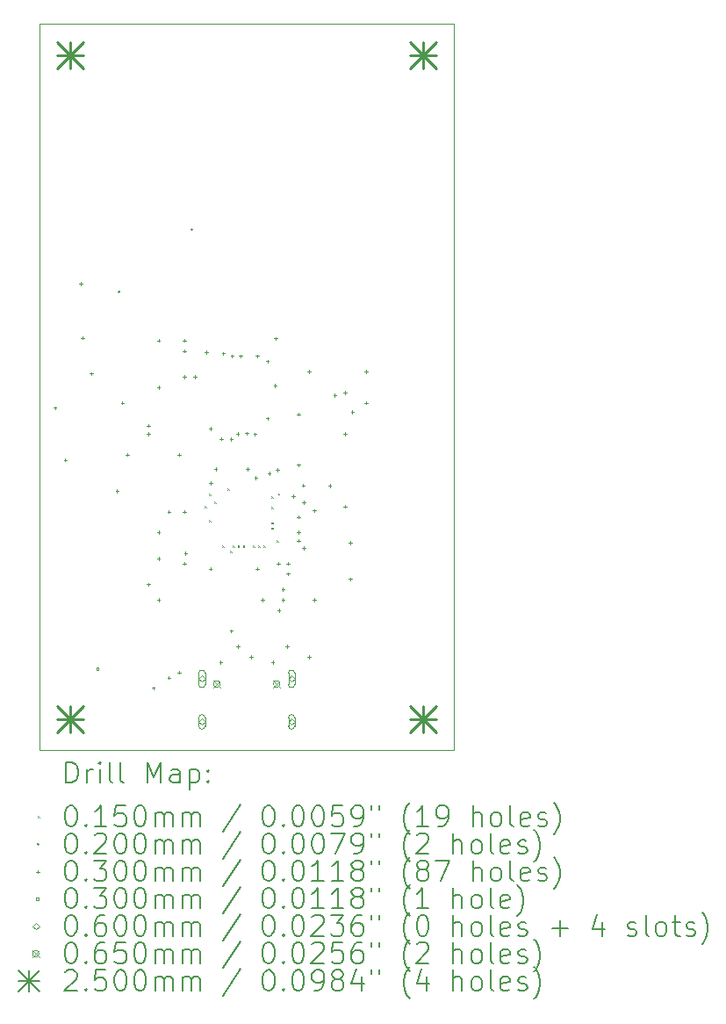
<source format=gbr>
%TF.GenerationSoftware,KiCad,Pcbnew,9.0.3*%
%TF.CreationDate,2025-07-24T21:08:32-07:00*%
%TF.ProjectId,kikard,6b696b61-7264-42e6-9b69-6361645f7063,rev?*%
%TF.SameCoordinates,Original*%
%TF.FileFunction,Drillmap*%
%TF.FilePolarity,Positive*%
%FSLAX45Y45*%
G04 Gerber Fmt 4.5, Leading zero omitted, Abs format (unit mm)*
G04 Created by KiCad (PCBNEW 9.0.3) date 2025-07-24 21:08:32*
%MOMM*%
%LPD*%
G01*
G04 APERTURE LIST*
%ADD10C,0.050000*%
%ADD11C,0.200000*%
%ADD12C,0.100000*%
%ADD13C,0.250000*%
G04 APERTURE END LIST*
D10*
X13000000Y-6500000D02*
X17000000Y-6500000D01*
X17000000Y-13500000D01*
X13000000Y-13500000D01*
X13000000Y-6500000D01*
D11*
D12*
X14592500Y-11142500D02*
X14607500Y-11157500D01*
X14607500Y-11142500D02*
X14592500Y-11157500D01*
X14637500Y-11027500D02*
X14652500Y-11042500D01*
X14652500Y-11027500D02*
X14637500Y-11042500D01*
X14637500Y-11277500D02*
X14652500Y-11292500D01*
X14652500Y-11277500D02*
X14637500Y-11292500D01*
X14687500Y-11102500D02*
X14702500Y-11117500D01*
X14702500Y-11102500D02*
X14687500Y-11117500D01*
X14762500Y-11527500D02*
X14777500Y-11542500D01*
X14777500Y-11527500D02*
X14762500Y-11542500D01*
X14812500Y-10977500D02*
X14827500Y-10992500D01*
X14827500Y-10977500D02*
X14812500Y-10992500D01*
X14837500Y-11577500D02*
X14852500Y-11592500D01*
X14852500Y-11577500D02*
X14837500Y-11592500D01*
X14862500Y-11527500D02*
X14877500Y-11542500D01*
X14877500Y-11527500D02*
X14862500Y-11542500D01*
X14912500Y-11527500D02*
X14927500Y-11542500D01*
X14927500Y-11527500D02*
X14912500Y-11542500D01*
X14962500Y-11527500D02*
X14977500Y-11542500D01*
X14977500Y-11527500D02*
X14962500Y-11542500D01*
X15062500Y-11527500D02*
X15077500Y-11542500D01*
X15077500Y-11527500D02*
X15062500Y-11542500D01*
X15112500Y-11527500D02*
X15127500Y-11542500D01*
X15127500Y-11527500D02*
X15112500Y-11542500D01*
X15162500Y-11527500D02*
X15177500Y-11542500D01*
X15177500Y-11527500D02*
X15162500Y-11542500D01*
X15237500Y-11052500D02*
X15252500Y-11067500D01*
X15252500Y-11052500D02*
X15237500Y-11067500D01*
X15237500Y-11152500D02*
X15252500Y-11167500D01*
X15252500Y-11152500D02*
X15237500Y-11167500D01*
X15237500Y-11302500D02*
X15252500Y-11317500D01*
X15252500Y-11302500D02*
X15237500Y-11317500D01*
X15237500Y-11352500D02*
X15252500Y-11367500D01*
X15252500Y-11352500D02*
X15237500Y-11367500D01*
X15287500Y-11477500D02*
X15302500Y-11492500D01*
X15302500Y-11477500D02*
X15287500Y-11492500D01*
X15302126Y-11021377D02*
X15317126Y-11036377D01*
X15317126Y-11021377D02*
X15302126Y-11036377D01*
X13780000Y-9080000D02*
G75*
G02*
X13760000Y-9080000I-10000J0D01*
G01*
X13760000Y-9080000D02*
G75*
G02*
X13780000Y-9080000I10000J0D01*
G01*
X14480000Y-8480000D02*
G75*
G02*
X14460000Y-8480000I-10000J0D01*
G01*
X14460000Y-8480000D02*
G75*
G02*
X14480000Y-8480000I10000J0D01*
G01*
X13150000Y-10185000D02*
X13150000Y-10215000D01*
X13135000Y-10200000D02*
X13165000Y-10200000D01*
X13250000Y-10685000D02*
X13250000Y-10715000D01*
X13235000Y-10700000D02*
X13265000Y-10700000D01*
X13400000Y-8985000D02*
X13400000Y-9015000D01*
X13385000Y-9000000D02*
X13415000Y-9000000D01*
X13415000Y-9508000D02*
X13415000Y-9538000D01*
X13400000Y-9523000D02*
X13430000Y-9523000D01*
X13500000Y-9853000D02*
X13500000Y-9883000D01*
X13485000Y-9868000D02*
X13515000Y-9868000D01*
X13750000Y-10985000D02*
X13750000Y-11015000D01*
X13735000Y-11000000D02*
X13765000Y-11000000D01*
X13800000Y-10135000D02*
X13800000Y-10165000D01*
X13785000Y-10150000D02*
X13815000Y-10150000D01*
X13850000Y-10635000D02*
X13850000Y-10665000D01*
X13835000Y-10650000D02*
X13865000Y-10650000D01*
X14050000Y-10355000D02*
X14050000Y-10385000D01*
X14035000Y-10370000D02*
X14065000Y-10370000D01*
X14050000Y-10435000D02*
X14050000Y-10465000D01*
X14035000Y-10450000D02*
X14065000Y-10450000D01*
X14050000Y-11885000D02*
X14050000Y-11915000D01*
X14035000Y-11900000D02*
X14065000Y-11900000D01*
X14100000Y-12885000D02*
X14100000Y-12915000D01*
X14085000Y-12900000D02*
X14115000Y-12900000D01*
X14150000Y-9535000D02*
X14150000Y-9565000D01*
X14135000Y-9550000D02*
X14165000Y-9550000D01*
X14150000Y-9985000D02*
X14150000Y-10015000D01*
X14135000Y-10000000D02*
X14165000Y-10000000D01*
X14150000Y-11385000D02*
X14150000Y-11415000D01*
X14135000Y-11400000D02*
X14165000Y-11400000D01*
X14150000Y-11635000D02*
X14150000Y-11665000D01*
X14135000Y-11650000D02*
X14165000Y-11650000D01*
X14150000Y-12035000D02*
X14150000Y-12065000D01*
X14135000Y-12050000D02*
X14165000Y-12050000D01*
X14250000Y-11185000D02*
X14250000Y-11215000D01*
X14235000Y-11200000D02*
X14265000Y-11200000D01*
X14250000Y-12785000D02*
X14250000Y-12815000D01*
X14235000Y-12800000D02*
X14265000Y-12800000D01*
X14350000Y-10635000D02*
X14350000Y-10665000D01*
X14335000Y-10650000D02*
X14365000Y-10650000D01*
X14350000Y-12735000D02*
X14350000Y-12765000D01*
X14335000Y-12750000D02*
X14365000Y-12750000D01*
X14400000Y-9535000D02*
X14400000Y-9565000D01*
X14385000Y-9550000D02*
X14415000Y-9550000D01*
X14400000Y-9635000D02*
X14400000Y-9665000D01*
X14385000Y-9650000D02*
X14415000Y-9650000D01*
X14400000Y-9885000D02*
X14400000Y-9915000D01*
X14385000Y-9900000D02*
X14415000Y-9900000D01*
X14400000Y-11185000D02*
X14400000Y-11215000D01*
X14385000Y-11200000D02*
X14415000Y-11200000D01*
X14400000Y-11685000D02*
X14400000Y-11715000D01*
X14385000Y-11700000D02*
X14415000Y-11700000D01*
X14410200Y-11585000D02*
X14410200Y-11615000D01*
X14395200Y-11600000D02*
X14425200Y-11600000D01*
X14500000Y-9885000D02*
X14500000Y-9915000D01*
X14485000Y-9900000D02*
X14515000Y-9900000D01*
X14612426Y-9647427D02*
X14612426Y-9677427D01*
X14597426Y-9662427D02*
X14627426Y-9662427D01*
X14650000Y-10385000D02*
X14650000Y-10415000D01*
X14635000Y-10400000D02*
X14665000Y-10400000D01*
X14650000Y-11735000D02*
X14650000Y-11765000D01*
X14635000Y-11750000D02*
X14665000Y-11750000D01*
X14654016Y-10906891D02*
X14654016Y-10936891D01*
X14639016Y-10921891D02*
X14669016Y-10921891D01*
X14700000Y-10775000D02*
X14700000Y-10805000D01*
X14685000Y-10790000D02*
X14715000Y-10790000D01*
X14750000Y-12635000D02*
X14750000Y-12665000D01*
X14735000Y-12650000D02*
X14765000Y-12650000D01*
X14754385Y-10482957D02*
X14754385Y-10512957D01*
X14739385Y-10497957D02*
X14769385Y-10497957D01*
X14775000Y-9660000D02*
X14775000Y-9690000D01*
X14760000Y-9675000D02*
X14790000Y-9675000D01*
X14850000Y-10485000D02*
X14850000Y-10515000D01*
X14835000Y-10500000D02*
X14865000Y-10500000D01*
X14850000Y-12335000D02*
X14850000Y-12365000D01*
X14835000Y-12350000D02*
X14865000Y-12350000D01*
X14860000Y-9685000D02*
X14860000Y-9715000D01*
X14845000Y-9700000D02*
X14875000Y-9700000D01*
X14911458Y-10433785D02*
X14911458Y-10463785D01*
X14896458Y-10448785D02*
X14926458Y-10448785D01*
X14915000Y-12485000D02*
X14915000Y-12515000D01*
X14900000Y-12500000D02*
X14930000Y-12500000D01*
X14940000Y-9685000D02*
X14940000Y-9715000D01*
X14925000Y-9700000D02*
X14955000Y-9700000D01*
X14999106Y-10429719D02*
X14999106Y-10459719D01*
X14984106Y-10444719D02*
X15014106Y-10444719D01*
X15010000Y-10775000D02*
X15010000Y-10805000D01*
X14995000Y-10790000D02*
X15025000Y-10790000D01*
X15040000Y-12585000D02*
X15040000Y-12615000D01*
X15025000Y-12600000D02*
X15055000Y-12600000D01*
X15078679Y-10437976D02*
X15078679Y-10467976D01*
X15063679Y-10452976D02*
X15093679Y-10452976D01*
X15086912Y-10856765D02*
X15086912Y-10886765D01*
X15071912Y-10871765D02*
X15101912Y-10871765D01*
X15100000Y-9685000D02*
X15100000Y-9715000D01*
X15085000Y-9700000D02*
X15115000Y-9700000D01*
X15100000Y-11735000D02*
X15100000Y-11765000D01*
X15085000Y-11750000D02*
X15115000Y-11750000D01*
X15150000Y-12035000D02*
X15150000Y-12065000D01*
X15135000Y-12050000D02*
X15165000Y-12050000D01*
X15200000Y-9735000D02*
X15200000Y-9765000D01*
X15185000Y-9750000D02*
X15215000Y-9750000D01*
X15200000Y-10285000D02*
X15200000Y-10315000D01*
X15185000Y-10300000D02*
X15215000Y-10300000D01*
X15217426Y-10817574D02*
X15217426Y-10847574D01*
X15202426Y-10832574D02*
X15232426Y-10832574D01*
X15250000Y-12635000D02*
X15250000Y-12665000D01*
X15235000Y-12650000D02*
X15265000Y-12650000D01*
X15273148Y-9969040D02*
X15273148Y-9999040D01*
X15258148Y-9984040D02*
X15288148Y-9984040D01*
X15280173Y-9515174D02*
X15280173Y-9545174D01*
X15265173Y-9530174D02*
X15295173Y-9530174D01*
X15297573Y-10782574D02*
X15297573Y-10812574D01*
X15282573Y-10797574D02*
X15312573Y-10797574D01*
X15305000Y-11685000D02*
X15305000Y-11715000D01*
X15290000Y-11700000D02*
X15320000Y-11700000D01*
X15310000Y-12135000D02*
X15310000Y-12165000D01*
X15295000Y-12150000D02*
X15325000Y-12150000D01*
X15350000Y-11935000D02*
X15350000Y-11965000D01*
X15335000Y-11950000D02*
X15365000Y-11950000D01*
X15350000Y-12035000D02*
X15350000Y-12065000D01*
X15335000Y-12050000D02*
X15365000Y-12050000D01*
X15390000Y-12485000D02*
X15390000Y-12515000D01*
X15375000Y-12500000D02*
X15405000Y-12500000D01*
X15400000Y-11685000D02*
X15400000Y-11715000D01*
X15385000Y-11700000D02*
X15415000Y-11700000D01*
X15400000Y-11785000D02*
X15400000Y-11815000D01*
X15385000Y-11800000D02*
X15415000Y-11800000D01*
X15450000Y-11035000D02*
X15450000Y-11065000D01*
X15435000Y-11050000D02*
X15465000Y-11050000D01*
X15500000Y-10245000D02*
X15500000Y-10275000D01*
X15485000Y-10260000D02*
X15515000Y-10260000D01*
X15500000Y-10735000D02*
X15500000Y-10765000D01*
X15485000Y-10750000D02*
X15515000Y-10750000D01*
X15500000Y-11235000D02*
X15500000Y-11265000D01*
X15485000Y-11250000D02*
X15515000Y-11250000D01*
X15500000Y-11385000D02*
X15500000Y-11415000D01*
X15485000Y-11400000D02*
X15515000Y-11400000D01*
X15500000Y-11465000D02*
X15500000Y-11495000D01*
X15485000Y-11480000D02*
X15515000Y-11480000D01*
X15545500Y-10930500D02*
X15545500Y-10960500D01*
X15530500Y-10945500D02*
X15560500Y-10945500D01*
X15550000Y-11095000D02*
X15550000Y-11125000D01*
X15535000Y-11110000D02*
X15565000Y-11110000D01*
X15550000Y-11535000D02*
X15550000Y-11565000D01*
X15535000Y-11550000D02*
X15565000Y-11550000D01*
X15600000Y-9835000D02*
X15600000Y-9865000D01*
X15585000Y-9850000D02*
X15615000Y-9850000D01*
X15600000Y-12585000D02*
X15600000Y-12615000D01*
X15585000Y-12600000D02*
X15615000Y-12600000D01*
X15650000Y-11175000D02*
X15650000Y-11205000D01*
X15635000Y-11190000D02*
X15665000Y-11190000D01*
X15650000Y-12035000D02*
X15650000Y-12065000D01*
X15635000Y-12050000D02*
X15665000Y-12050000D01*
X15800000Y-10935000D02*
X15800000Y-10965000D01*
X15785000Y-10950000D02*
X15815000Y-10950000D01*
X15850000Y-10060845D02*
X15850000Y-10090845D01*
X15835000Y-10075845D02*
X15865000Y-10075845D01*
X15950000Y-10035000D02*
X15950000Y-10065000D01*
X15935000Y-10050000D02*
X15965000Y-10050000D01*
X15950000Y-10435000D02*
X15950000Y-10465000D01*
X15935000Y-10450000D02*
X15965000Y-10450000D01*
X15950000Y-11135000D02*
X15950000Y-11165000D01*
X15935000Y-11150000D02*
X15965000Y-11150000D01*
X16000000Y-11485000D02*
X16000000Y-11515000D01*
X15985000Y-11500000D02*
X16015000Y-11500000D01*
X16000000Y-11835000D02*
X16000000Y-11865000D01*
X15985000Y-11850000D02*
X16015000Y-11850000D01*
X16020000Y-10225000D02*
X16020000Y-10255000D01*
X16005000Y-10240000D02*
X16035000Y-10240000D01*
X16150000Y-9835000D02*
X16150000Y-9865000D01*
X16135000Y-9850000D02*
X16165000Y-9850000D01*
X16150000Y-10135000D02*
X16150000Y-10165000D01*
X16135000Y-10150000D02*
X16165000Y-10150000D01*
X13573107Y-12725607D02*
X13573107Y-12704393D01*
X13551893Y-12704393D01*
X13551893Y-12725607D01*
X13573107Y-12725607D01*
X14568000Y-12841500D02*
X14598000Y-12811500D01*
X14568000Y-12781500D01*
X14538000Y-12811500D01*
X14568000Y-12841500D01*
X14538000Y-12756499D02*
X14538000Y-12866501D01*
X14598000Y-12866501D02*
G75*
G02*
X14538000Y-12866501I-30000J0D01*
G01*
X14598000Y-12866501D02*
X14598000Y-12756499D01*
X14598000Y-12756499D02*
G75*
G03*
X14538000Y-12756499I-30000J0D01*
G01*
X14568000Y-13256500D02*
X14598000Y-13226500D01*
X14568000Y-13196500D01*
X14538000Y-13226500D01*
X14568000Y-13256500D01*
X14538000Y-13186500D02*
X14538000Y-13266500D01*
X14598000Y-13266500D02*
G75*
G02*
X14538000Y-13266500I-30000J0D01*
G01*
X14598000Y-13266500D02*
X14598000Y-13186500D01*
X14598000Y-13186500D02*
G75*
G03*
X14538000Y-13186500I-30000J0D01*
G01*
X15432000Y-12841500D02*
X15462000Y-12811500D01*
X15432000Y-12781500D01*
X15402000Y-12811500D01*
X15432000Y-12841500D01*
X15402000Y-12756499D02*
X15402000Y-12866501D01*
X15462000Y-12866501D02*
G75*
G02*
X15402000Y-12866501I-30000J0D01*
G01*
X15462000Y-12866501D02*
X15462000Y-12756499D01*
X15462000Y-12756499D02*
G75*
G03*
X15402000Y-12756499I-30000J0D01*
G01*
X15432000Y-13256500D02*
X15462000Y-13226500D01*
X15432000Y-13196500D01*
X15402000Y-13226500D01*
X15432000Y-13256500D01*
X15402000Y-13186500D02*
X15402000Y-13266500D01*
X15462000Y-13266500D02*
G75*
G02*
X15402000Y-13266500I-30000J0D01*
G01*
X15462000Y-13266500D02*
X15462000Y-13186500D01*
X15462000Y-13186500D02*
G75*
G03*
X15402000Y-13186500I-30000J0D01*
G01*
X14678500Y-12829000D02*
X14743500Y-12894000D01*
X14743500Y-12829000D02*
X14678500Y-12894000D01*
X14743500Y-12861500D02*
G75*
G02*
X14678500Y-12861500I-32500J0D01*
G01*
X14678500Y-12861500D02*
G75*
G02*
X14743500Y-12861500I32500J0D01*
G01*
X15256500Y-12829000D02*
X15321500Y-12894000D01*
X15321500Y-12829000D02*
X15256500Y-12894000D01*
X15321500Y-12861500D02*
G75*
G02*
X15256500Y-12861500I-32500J0D01*
G01*
X15256500Y-12861500D02*
G75*
G02*
X15321500Y-12861500I32500J0D01*
G01*
D13*
X13175000Y-6675000D02*
X13425000Y-6925000D01*
X13425000Y-6675000D02*
X13175000Y-6925000D01*
X13300000Y-6675000D02*
X13300000Y-6925000D01*
X13175000Y-6800000D02*
X13425000Y-6800000D01*
X13175000Y-13075000D02*
X13425000Y-13325000D01*
X13425000Y-13075000D02*
X13175000Y-13325000D01*
X13300000Y-13075000D02*
X13300000Y-13325000D01*
X13175000Y-13200000D02*
X13425000Y-13200000D01*
X16575000Y-6675000D02*
X16825000Y-6925000D01*
X16825000Y-6675000D02*
X16575000Y-6925000D01*
X16700000Y-6675000D02*
X16700000Y-6925000D01*
X16575000Y-6800000D02*
X16825000Y-6800000D01*
X16575000Y-13075000D02*
X16825000Y-13325000D01*
X16825000Y-13075000D02*
X16575000Y-13325000D01*
X16700000Y-13075000D02*
X16700000Y-13325000D01*
X16575000Y-13200000D02*
X16825000Y-13200000D01*
D11*
X13258277Y-13813984D02*
X13258277Y-13613984D01*
X13258277Y-13613984D02*
X13305896Y-13613984D01*
X13305896Y-13613984D02*
X13334467Y-13623508D01*
X13334467Y-13623508D02*
X13353515Y-13642555D01*
X13353515Y-13642555D02*
X13363039Y-13661603D01*
X13363039Y-13661603D02*
X13372562Y-13699698D01*
X13372562Y-13699698D02*
X13372562Y-13728269D01*
X13372562Y-13728269D02*
X13363039Y-13766365D01*
X13363039Y-13766365D02*
X13353515Y-13785412D01*
X13353515Y-13785412D02*
X13334467Y-13804460D01*
X13334467Y-13804460D02*
X13305896Y-13813984D01*
X13305896Y-13813984D02*
X13258277Y-13813984D01*
X13458277Y-13813984D02*
X13458277Y-13680650D01*
X13458277Y-13718746D02*
X13467801Y-13699698D01*
X13467801Y-13699698D02*
X13477324Y-13690174D01*
X13477324Y-13690174D02*
X13496372Y-13680650D01*
X13496372Y-13680650D02*
X13515420Y-13680650D01*
X13582086Y-13813984D02*
X13582086Y-13680650D01*
X13582086Y-13613984D02*
X13572562Y-13623508D01*
X13572562Y-13623508D02*
X13582086Y-13633031D01*
X13582086Y-13633031D02*
X13591610Y-13623508D01*
X13591610Y-13623508D02*
X13582086Y-13613984D01*
X13582086Y-13613984D02*
X13582086Y-13633031D01*
X13705896Y-13813984D02*
X13686848Y-13804460D01*
X13686848Y-13804460D02*
X13677324Y-13785412D01*
X13677324Y-13785412D02*
X13677324Y-13613984D01*
X13810658Y-13813984D02*
X13791610Y-13804460D01*
X13791610Y-13804460D02*
X13782086Y-13785412D01*
X13782086Y-13785412D02*
X13782086Y-13613984D01*
X14039229Y-13813984D02*
X14039229Y-13613984D01*
X14039229Y-13613984D02*
X14105896Y-13756841D01*
X14105896Y-13756841D02*
X14172562Y-13613984D01*
X14172562Y-13613984D02*
X14172562Y-13813984D01*
X14353515Y-13813984D02*
X14353515Y-13709222D01*
X14353515Y-13709222D02*
X14343991Y-13690174D01*
X14343991Y-13690174D02*
X14324943Y-13680650D01*
X14324943Y-13680650D02*
X14286848Y-13680650D01*
X14286848Y-13680650D02*
X14267801Y-13690174D01*
X14353515Y-13804460D02*
X14334467Y-13813984D01*
X14334467Y-13813984D02*
X14286848Y-13813984D01*
X14286848Y-13813984D02*
X14267801Y-13804460D01*
X14267801Y-13804460D02*
X14258277Y-13785412D01*
X14258277Y-13785412D02*
X14258277Y-13766365D01*
X14258277Y-13766365D02*
X14267801Y-13747317D01*
X14267801Y-13747317D02*
X14286848Y-13737793D01*
X14286848Y-13737793D02*
X14334467Y-13737793D01*
X14334467Y-13737793D02*
X14353515Y-13728269D01*
X14448753Y-13680650D02*
X14448753Y-13880650D01*
X14448753Y-13690174D02*
X14467801Y-13680650D01*
X14467801Y-13680650D02*
X14505896Y-13680650D01*
X14505896Y-13680650D02*
X14524943Y-13690174D01*
X14524943Y-13690174D02*
X14534467Y-13699698D01*
X14534467Y-13699698D02*
X14543991Y-13718746D01*
X14543991Y-13718746D02*
X14543991Y-13775888D01*
X14543991Y-13775888D02*
X14534467Y-13794936D01*
X14534467Y-13794936D02*
X14524943Y-13804460D01*
X14524943Y-13804460D02*
X14505896Y-13813984D01*
X14505896Y-13813984D02*
X14467801Y-13813984D01*
X14467801Y-13813984D02*
X14448753Y-13804460D01*
X14629705Y-13794936D02*
X14639229Y-13804460D01*
X14639229Y-13804460D02*
X14629705Y-13813984D01*
X14629705Y-13813984D02*
X14620182Y-13804460D01*
X14620182Y-13804460D02*
X14629705Y-13794936D01*
X14629705Y-13794936D02*
X14629705Y-13813984D01*
X14629705Y-13690174D02*
X14639229Y-13699698D01*
X14639229Y-13699698D02*
X14629705Y-13709222D01*
X14629705Y-13709222D02*
X14620182Y-13699698D01*
X14620182Y-13699698D02*
X14629705Y-13690174D01*
X14629705Y-13690174D02*
X14629705Y-13709222D01*
D12*
X12982500Y-14135000D02*
X12997500Y-14150000D01*
X12997500Y-14135000D02*
X12982500Y-14150000D01*
D11*
X13296372Y-14033984D02*
X13315420Y-14033984D01*
X13315420Y-14033984D02*
X13334467Y-14043508D01*
X13334467Y-14043508D02*
X13343991Y-14053031D01*
X13343991Y-14053031D02*
X13353515Y-14072079D01*
X13353515Y-14072079D02*
X13363039Y-14110174D01*
X13363039Y-14110174D02*
X13363039Y-14157793D01*
X13363039Y-14157793D02*
X13353515Y-14195888D01*
X13353515Y-14195888D02*
X13343991Y-14214936D01*
X13343991Y-14214936D02*
X13334467Y-14224460D01*
X13334467Y-14224460D02*
X13315420Y-14233984D01*
X13315420Y-14233984D02*
X13296372Y-14233984D01*
X13296372Y-14233984D02*
X13277324Y-14224460D01*
X13277324Y-14224460D02*
X13267801Y-14214936D01*
X13267801Y-14214936D02*
X13258277Y-14195888D01*
X13258277Y-14195888D02*
X13248753Y-14157793D01*
X13248753Y-14157793D02*
X13248753Y-14110174D01*
X13248753Y-14110174D02*
X13258277Y-14072079D01*
X13258277Y-14072079D02*
X13267801Y-14053031D01*
X13267801Y-14053031D02*
X13277324Y-14043508D01*
X13277324Y-14043508D02*
X13296372Y-14033984D01*
X13448753Y-14214936D02*
X13458277Y-14224460D01*
X13458277Y-14224460D02*
X13448753Y-14233984D01*
X13448753Y-14233984D02*
X13439229Y-14224460D01*
X13439229Y-14224460D02*
X13448753Y-14214936D01*
X13448753Y-14214936D02*
X13448753Y-14233984D01*
X13648753Y-14233984D02*
X13534467Y-14233984D01*
X13591610Y-14233984D02*
X13591610Y-14033984D01*
X13591610Y-14033984D02*
X13572562Y-14062555D01*
X13572562Y-14062555D02*
X13553515Y-14081603D01*
X13553515Y-14081603D02*
X13534467Y-14091127D01*
X13829705Y-14033984D02*
X13734467Y-14033984D01*
X13734467Y-14033984D02*
X13724943Y-14129222D01*
X13724943Y-14129222D02*
X13734467Y-14119698D01*
X13734467Y-14119698D02*
X13753515Y-14110174D01*
X13753515Y-14110174D02*
X13801134Y-14110174D01*
X13801134Y-14110174D02*
X13820182Y-14119698D01*
X13820182Y-14119698D02*
X13829705Y-14129222D01*
X13829705Y-14129222D02*
X13839229Y-14148269D01*
X13839229Y-14148269D02*
X13839229Y-14195888D01*
X13839229Y-14195888D02*
X13829705Y-14214936D01*
X13829705Y-14214936D02*
X13820182Y-14224460D01*
X13820182Y-14224460D02*
X13801134Y-14233984D01*
X13801134Y-14233984D02*
X13753515Y-14233984D01*
X13753515Y-14233984D02*
X13734467Y-14224460D01*
X13734467Y-14224460D02*
X13724943Y-14214936D01*
X13963039Y-14033984D02*
X13982086Y-14033984D01*
X13982086Y-14033984D02*
X14001134Y-14043508D01*
X14001134Y-14043508D02*
X14010658Y-14053031D01*
X14010658Y-14053031D02*
X14020182Y-14072079D01*
X14020182Y-14072079D02*
X14029705Y-14110174D01*
X14029705Y-14110174D02*
X14029705Y-14157793D01*
X14029705Y-14157793D02*
X14020182Y-14195888D01*
X14020182Y-14195888D02*
X14010658Y-14214936D01*
X14010658Y-14214936D02*
X14001134Y-14224460D01*
X14001134Y-14224460D02*
X13982086Y-14233984D01*
X13982086Y-14233984D02*
X13963039Y-14233984D01*
X13963039Y-14233984D02*
X13943991Y-14224460D01*
X13943991Y-14224460D02*
X13934467Y-14214936D01*
X13934467Y-14214936D02*
X13924943Y-14195888D01*
X13924943Y-14195888D02*
X13915420Y-14157793D01*
X13915420Y-14157793D02*
X13915420Y-14110174D01*
X13915420Y-14110174D02*
X13924943Y-14072079D01*
X13924943Y-14072079D02*
X13934467Y-14053031D01*
X13934467Y-14053031D02*
X13943991Y-14043508D01*
X13943991Y-14043508D02*
X13963039Y-14033984D01*
X14115420Y-14233984D02*
X14115420Y-14100650D01*
X14115420Y-14119698D02*
X14124943Y-14110174D01*
X14124943Y-14110174D02*
X14143991Y-14100650D01*
X14143991Y-14100650D02*
X14172563Y-14100650D01*
X14172563Y-14100650D02*
X14191610Y-14110174D01*
X14191610Y-14110174D02*
X14201134Y-14129222D01*
X14201134Y-14129222D02*
X14201134Y-14233984D01*
X14201134Y-14129222D02*
X14210658Y-14110174D01*
X14210658Y-14110174D02*
X14229705Y-14100650D01*
X14229705Y-14100650D02*
X14258277Y-14100650D01*
X14258277Y-14100650D02*
X14277324Y-14110174D01*
X14277324Y-14110174D02*
X14286848Y-14129222D01*
X14286848Y-14129222D02*
X14286848Y-14233984D01*
X14382086Y-14233984D02*
X14382086Y-14100650D01*
X14382086Y-14119698D02*
X14391610Y-14110174D01*
X14391610Y-14110174D02*
X14410658Y-14100650D01*
X14410658Y-14100650D02*
X14439229Y-14100650D01*
X14439229Y-14100650D02*
X14458277Y-14110174D01*
X14458277Y-14110174D02*
X14467801Y-14129222D01*
X14467801Y-14129222D02*
X14467801Y-14233984D01*
X14467801Y-14129222D02*
X14477324Y-14110174D01*
X14477324Y-14110174D02*
X14496372Y-14100650D01*
X14496372Y-14100650D02*
X14524943Y-14100650D01*
X14524943Y-14100650D02*
X14543991Y-14110174D01*
X14543991Y-14110174D02*
X14553515Y-14129222D01*
X14553515Y-14129222D02*
X14553515Y-14233984D01*
X14943991Y-14024460D02*
X14772563Y-14281603D01*
X15201134Y-14033984D02*
X15220182Y-14033984D01*
X15220182Y-14033984D02*
X15239229Y-14043508D01*
X15239229Y-14043508D02*
X15248753Y-14053031D01*
X15248753Y-14053031D02*
X15258277Y-14072079D01*
X15258277Y-14072079D02*
X15267801Y-14110174D01*
X15267801Y-14110174D02*
X15267801Y-14157793D01*
X15267801Y-14157793D02*
X15258277Y-14195888D01*
X15258277Y-14195888D02*
X15248753Y-14214936D01*
X15248753Y-14214936D02*
X15239229Y-14224460D01*
X15239229Y-14224460D02*
X15220182Y-14233984D01*
X15220182Y-14233984D02*
X15201134Y-14233984D01*
X15201134Y-14233984D02*
X15182086Y-14224460D01*
X15182086Y-14224460D02*
X15172563Y-14214936D01*
X15172563Y-14214936D02*
X15163039Y-14195888D01*
X15163039Y-14195888D02*
X15153515Y-14157793D01*
X15153515Y-14157793D02*
X15153515Y-14110174D01*
X15153515Y-14110174D02*
X15163039Y-14072079D01*
X15163039Y-14072079D02*
X15172563Y-14053031D01*
X15172563Y-14053031D02*
X15182086Y-14043508D01*
X15182086Y-14043508D02*
X15201134Y-14033984D01*
X15353515Y-14214936D02*
X15363039Y-14224460D01*
X15363039Y-14224460D02*
X15353515Y-14233984D01*
X15353515Y-14233984D02*
X15343991Y-14224460D01*
X15343991Y-14224460D02*
X15353515Y-14214936D01*
X15353515Y-14214936D02*
X15353515Y-14233984D01*
X15486848Y-14033984D02*
X15505896Y-14033984D01*
X15505896Y-14033984D02*
X15524944Y-14043508D01*
X15524944Y-14043508D02*
X15534467Y-14053031D01*
X15534467Y-14053031D02*
X15543991Y-14072079D01*
X15543991Y-14072079D02*
X15553515Y-14110174D01*
X15553515Y-14110174D02*
X15553515Y-14157793D01*
X15553515Y-14157793D02*
X15543991Y-14195888D01*
X15543991Y-14195888D02*
X15534467Y-14214936D01*
X15534467Y-14214936D02*
X15524944Y-14224460D01*
X15524944Y-14224460D02*
X15505896Y-14233984D01*
X15505896Y-14233984D02*
X15486848Y-14233984D01*
X15486848Y-14233984D02*
X15467801Y-14224460D01*
X15467801Y-14224460D02*
X15458277Y-14214936D01*
X15458277Y-14214936D02*
X15448753Y-14195888D01*
X15448753Y-14195888D02*
X15439229Y-14157793D01*
X15439229Y-14157793D02*
X15439229Y-14110174D01*
X15439229Y-14110174D02*
X15448753Y-14072079D01*
X15448753Y-14072079D02*
X15458277Y-14053031D01*
X15458277Y-14053031D02*
X15467801Y-14043508D01*
X15467801Y-14043508D02*
X15486848Y-14033984D01*
X15677325Y-14033984D02*
X15696372Y-14033984D01*
X15696372Y-14033984D02*
X15715420Y-14043508D01*
X15715420Y-14043508D02*
X15724944Y-14053031D01*
X15724944Y-14053031D02*
X15734467Y-14072079D01*
X15734467Y-14072079D02*
X15743991Y-14110174D01*
X15743991Y-14110174D02*
X15743991Y-14157793D01*
X15743991Y-14157793D02*
X15734467Y-14195888D01*
X15734467Y-14195888D02*
X15724944Y-14214936D01*
X15724944Y-14214936D02*
X15715420Y-14224460D01*
X15715420Y-14224460D02*
X15696372Y-14233984D01*
X15696372Y-14233984D02*
X15677325Y-14233984D01*
X15677325Y-14233984D02*
X15658277Y-14224460D01*
X15658277Y-14224460D02*
X15648753Y-14214936D01*
X15648753Y-14214936D02*
X15639229Y-14195888D01*
X15639229Y-14195888D02*
X15629706Y-14157793D01*
X15629706Y-14157793D02*
X15629706Y-14110174D01*
X15629706Y-14110174D02*
X15639229Y-14072079D01*
X15639229Y-14072079D02*
X15648753Y-14053031D01*
X15648753Y-14053031D02*
X15658277Y-14043508D01*
X15658277Y-14043508D02*
X15677325Y-14033984D01*
X15924944Y-14033984D02*
X15829706Y-14033984D01*
X15829706Y-14033984D02*
X15820182Y-14129222D01*
X15820182Y-14129222D02*
X15829706Y-14119698D01*
X15829706Y-14119698D02*
X15848753Y-14110174D01*
X15848753Y-14110174D02*
X15896372Y-14110174D01*
X15896372Y-14110174D02*
X15915420Y-14119698D01*
X15915420Y-14119698D02*
X15924944Y-14129222D01*
X15924944Y-14129222D02*
X15934467Y-14148269D01*
X15934467Y-14148269D02*
X15934467Y-14195888D01*
X15934467Y-14195888D02*
X15924944Y-14214936D01*
X15924944Y-14214936D02*
X15915420Y-14224460D01*
X15915420Y-14224460D02*
X15896372Y-14233984D01*
X15896372Y-14233984D02*
X15848753Y-14233984D01*
X15848753Y-14233984D02*
X15829706Y-14224460D01*
X15829706Y-14224460D02*
X15820182Y-14214936D01*
X16029706Y-14233984D02*
X16067801Y-14233984D01*
X16067801Y-14233984D02*
X16086848Y-14224460D01*
X16086848Y-14224460D02*
X16096372Y-14214936D01*
X16096372Y-14214936D02*
X16115420Y-14186365D01*
X16115420Y-14186365D02*
X16124944Y-14148269D01*
X16124944Y-14148269D02*
X16124944Y-14072079D01*
X16124944Y-14072079D02*
X16115420Y-14053031D01*
X16115420Y-14053031D02*
X16105896Y-14043508D01*
X16105896Y-14043508D02*
X16086848Y-14033984D01*
X16086848Y-14033984D02*
X16048753Y-14033984D01*
X16048753Y-14033984D02*
X16029706Y-14043508D01*
X16029706Y-14043508D02*
X16020182Y-14053031D01*
X16020182Y-14053031D02*
X16010658Y-14072079D01*
X16010658Y-14072079D02*
X16010658Y-14119698D01*
X16010658Y-14119698D02*
X16020182Y-14138746D01*
X16020182Y-14138746D02*
X16029706Y-14148269D01*
X16029706Y-14148269D02*
X16048753Y-14157793D01*
X16048753Y-14157793D02*
X16086848Y-14157793D01*
X16086848Y-14157793D02*
X16105896Y-14148269D01*
X16105896Y-14148269D02*
X16115420Y-14138746D01*
X16115420Y-14138746D02*
X16124944Y-14119698D01*
X16201134Y-14033984D02*
X16201134Y-14072079D01*
X16277325Y-14033984D02*
X16277325Y-14072079D01*
X16572563Y-14310174D02*
X16563039Y-14300650D01*
X16563039Y-14300650D02*
X16543991Y-14272079D01*
X16543991Y-14272079D02*
X16534468Y-14253031D01*
X16534468Y-14253031D02*
X16524944Y-14224460D01*
X16524944Y-14224460D02*
X16515420Y-14176841D01*
X16515420Y-14176841D02*
X16515420Y-14138746D01*
X16515420Y-14138746D02*
X16524944Y-14091127D01*
X16524944Y-14091127D02*
X16534468Y-14062555D01*
X16534468Y-14062555D02*
X16543991Y-14043508D01*
X16543991Y-14043508D02*
X16563039Y-14014936D01*
X16563039Y-14014936D02*
X16572563Y-14005412D01*
X16753515Y-14233984D02*
X16639229Y-14233984D01*
X16696372Y-14233984D02*
X16696372Y-14033984D01*
X16696372Y-14033984D02*
X16677325Y-14062555D01*
X16677325Y-14062555D02*
X16658277Y-14081603D01*
X16658277Y-14081603D02*
X16639229Y-14091127D01*
X16848753Y-14233984D02*
X16886849Y-14233984D01*
X16886849Y-14233984D02*
X16905896Y-14224460D01*
X16905896Y-14224460D02*
X16915420Y-14214936D01*
X16915420Y-14214936D02*
X16934468Y-14186365D01*
X16934468Y-14186365D02*
X16943991Y-14148269D01*
X16943991Y-14148269D02*
X16943991Y-14072079D01*
X16943991Y-14072079D02*
X16934468Y-14053031D01*
X16934468Y-14053031D02*
X16924944Y-14043508D01*
X16924944Y-14043508D02*
X16905896Y-14033984D01*
X16905896Y-14033984D02*
X16867801Y-14033984D01*
X16867801Y-14033984D02*
X16848753Y-14043508D01*
X16848753Y-14043508D02*
X16839230Y-14053031D01*
X16839230Y-14053031D02*
X16829706Y-14072079D01*
X16829706Y-14072079D02*
X16829706Y-14119698D01*
X16829706Y-14119698D02*
X16839230Y-14138746D01*
X16839230Y-14138746D02*
X16848753Y-14148269D01*
X16848753Y-14148269D02*
X16867801Y-14157793D01*
X16867801Y-14157793D02*
X16905896Y-14157793D01*
X16905896Y-14157793D02*
X16924944Y-14148269D01*
X16924944Y-14148269D02*
X16934468Y-14138746D01*
X16934468Y-14138746D02*
X16943991Y-14119698D01*
X17182087Y-14233984D02*
X17182087Y-14033984D01*
X17267801Y-14233984D02*
X17267801Y-14129222D01*
X17267801Y-14129222D02*
X17258277Y-14110174D01*
X17258277Y-14110174D02*
X17239230Y-14100650D01*
X17239230Y-14100650D02*
X17210658Y-14100650D01*
X17210658Y-14100650D02*
X17191611Y-14110174D01*
X17191611Y-14110174D02*
X17182087Y-14119698D01*
X17391611Y-14233984D02*
X17372563Y-14224460D01*
X17372563Y-14224460D02*
X17363039Y-14214936D01*
X17363039Y-14214936D02*
X17353515Y-14195888D01*
X17353515Y-14195888D02*
X17353515Y-14138746D01*
X17353515Y-14138746D02*
X17363039Y-14119698D01*
X17363039Y-14119698D02*
X17372563Y-14110174D01*
X17372563Y-14110174D02*
X17391611Y-14100650D01*
X17391611Y-14100650D02*
X17420182Y-14100650D01*
X17420182Y-14100650D02*
X17439230Y-14110174D01*
X17439230Y-14110174D02*
X17448753Y-14119698D01*
X17448753Y-14119698D02*
X17458277Y-14138746D01*
X17458277Y-14138746D02*
X17458277Y-14195888D01*
X17458277Y-14195888D02*
X17448753Y-14214936D01*
X17448753Y-14214936D02*
X17439230Y-14224460D01*
X17439230Y-14224460D02*
X17420182Y-14233984D01*
X17420182Y-14233984D02*
X17391611Y-14233984D01*
X17572563Y-14233984D02*
X17553515Y-14224460D01*
X17553515Y-14224460D02*
X17543992Y-14205412D01*
X17543992Y-14205412D02*
X17543992Y-14033984D01*
X17724944Y-14224460D02*
X17705896Y-14233984D01*
X17705896Y-14233984D02*
X17667801Y-14233984D01*
X17667801Y-14233984D02*
X17648753Y-14224460D01*
X17648753Y-14224460D02*
X17639230Y-14205412D01*
X17639230Y-14205412D02*
X17639230Y-14129222D01*
X17639230Y-14129222D02*
X17648753Y-14110174D01*
X17648753Y-14110174D02*
X17667801Y-14100650D01*
X17667801Y-14100650D02*
X17705896Y-14100650D01*
X17705896Y-14100650D02*
X17724944Y-14110174D01*
X17724944Y-14110174D02*
X17734468Y-14129222D01*
X17734468Y-14129222D02*
X17734468Y-14148269D01*
X17734468Y-14148269D02*
X17639230Y-14167317D01*
X17810658Y-14224460D02*
X17829706Y-14233984D01*
X17829706Y-14233984D02*
X17867801Y-14233984D01*
X17867801Y-14233984D02*
X17886849Y-14224460D01*
X17886849Y-14224460D02*
X17896373Y-14205412D01*
X17896373Y-14205412D02*
X17896373Y-14195888D01*
X17896373Y-14195888D02*
X17886849Y-14176841D01*
X17886849Y-14176841D02*
X17867801Y-14167317D01*
X17867801Y-14167317D02*
X17839230Y-14167317D01*
X17839230Y-14167317D02*
X17820182Y-14157793D01*
X17820182Y-14157793D02*
X17810658Y-14138746D01*
X17810658Y-14138746D02*
X17810658Y-14129222D01*
X17810658Y-14129222D02*
X17820182Y-14110174D01*
X17820182Y-14110174D02*
X17839230Y-14100650D01*
X17839230Y-14100650D02*
X17867801Y-14100650D01*
X17867801Y-14100650D02*
X17886849Y-14110174D01*
X17963039Y-14310174D02*
X17972563Y-14300650D01*
X17972563Y-14300650D02*
X17991611Y-14272079D01*
X17991611Y-14272079D02*
X18001134Y-14253031D01*
X18001134Y-14253031D02*
X18010658Y-14224460D01*
X18010658Y-14224460D02*
X18020182Y-14176841D01*
X18020182Y-14176841D02*
X18020182Y-14138746D01*
X18020182Y-14138746D02*
X18010658Y-14091127D01*
X18010658Y-14091127D02*
X18001134Y-14062555D01*
X18001134Y-14062555D02*
X17991611Y-14043508D01*
X17991611Y-14043508D02*
X17972563Y-14014936D01*
X17972563Y-14014936D02*
X17963039Y-14005412D01*
D12*
X12997500Y-14406500D02*
G75*
G02*
X12977500Y-14406500I-10000J0D01*
G01*
X12977500Y-14406500D02*
G75*
G02*
X12997500Y-14406500I10000J0D01*
G01*
D11*
X13296372Y-14297984D02*
X13315420Y-14297984D01*
X13315420Y-14297984D02*
X13334467Y-14307508D01*
X13334467Y-14307508D02*
X13343991Y-14317031D01*
X13343991Y-14317031D02*
X13353515Y-14336079D01*
X13353515Y-14336079D02*
X13363039Y-14374174D01*
X13363039Y-14374174D02*
X13363039Y-14421793D01*
X13363039Y-14421793D02*
X13353515Y-14459888D01*
X13353515Y-14459888D02*
X13343991Y-14478936D01*
X13343991Y-14478936D02*
X13334467Y-14488460D01*
X13334467Y-14488460D02*
X13315420Y-14497984D01*
X13315420Y-14497984D02*
X13296372Y-14497984D01*
X13296372Y-14497984D02*
X13277324Y-14488460D01*
X13277324Y-14488460D02*
X13267801Y-14478936D01*
X13267801Y-14478936D02*
X13258277Y-14459888D01*
X13258277Y-14459888D02*
X13248753Y-14421793D01*
X13248753Y-14421793D02*
X13248753Y-14374174D01*
X13248753Y-14374174D02*
X13258277Y-14336079D01*
X13258277Y-14336079D02*
X13267801Y-14317031D01*
X13267801Y-14317031D02*
X13277324Y-14307508D01*
X13277324Y-14307508D02*
X13296372Y-14297984D01*
X13448753Y-14478936D02*
X13458277Y-14488460D01*
X13458277Y-14488460D02*
X13448753Y-14497984D01*
X13448753Y-14497984D02*
X13439229Y-14488460D01*
X13439229Y-14488460D02*
X13448753Y-14478936D01*
X13448753Y-14478936D02*
X13448753Y-14497984D01*
X13534467Y-14317031D02*
X13543991Y-14307508D01*
X13543991Y-14307508D02*
X13563039Y-14297984D01*
X13563039Y-14297984D02*
X13610658Y-14297984D01*
X13610658Y-14297984D02*
X13629705Y-14307508D01*
X13629705Y-14307508D02*
X13639229Y-14317031D01*
X13639229Y-14317031D02*
X13648753Y-14336079D01*
X13648753Y-14336079D02*
X13648753Y-14355127D01*
X13648753Y-14355127D02*
X13639229Y-14383698D01*
X13639229Y-14383698D02*
X13524943Y-14497984D01*
X13524943Y-14497984D02*
X13648753Y-14497984D01*
X13772562Y-14297984D02*
X13791610Y-14297984D01*
X13791610Y-14297984D02*
X13810658Y-14307508D01*
X13810658Y-14307508D02*
X13820182Y-14317031D01*
X13820182Y-14317031D02*
X13829705Y-14336079D01*
X13829705Y-14336079D02*
X13839229Y-14374174D01*
X13839229Y-14374174D02*
X13839229Y-14421793D01*
X13839229Y-14421793D02*
X13829705Y-14459888D01*
X13829705Y-14459888D02*
X13820182Y-14478936D01*
X13820182Y-14478936D02*
X13810658Y-14488460D01*
X13810658Y-14488460D02*
X13791610Y-14497984D01*
X13791610Y-14497984D02*
X13772562Y-14497984D01*
X13772562Y-14497984D02*
X13753515Y-14488460D01*
X13753515Y-14488460D02*
X13743991Y-14478936D01*
X13743991Y-14478936D02*
X13734467Y-14459888D01*
X13734467Y-14459888D02*
X13724943Y-14421793D01*
X13724943Y-14421793D02*
X13724943Y-14374174D01*
X13724943Y-14374174D02*
X13734467Y-14336079D01*
X13734467Y-14336079D02*
X13743991Y-14317031D01*
X13743991Y-14317031D02*
X13753515Y-14307508D01*
X13753515Y-14307508D02*
X13772562Y-14297984D01*
X13963039Y-14297984D02*
X13982086Y-14297984D01*
X13982086Y-14297984D02*
X14001134Y-14307508D01*
X14001134Y-14307508D02*
X14010658Y-14317031D01*
X14010658Y-14317031D02*
X14020182Y-14336079D01*
X14020182Y-14336079D02*
X14029705Y-14374174D01*
X14029705Y-14374174D02*
X14029705Y-14421793D01*
X14029705Y-14421793D02*
X14020182Y-14459888D01*
X14020182Y-14459888D02*
X14010658Y-14478936D01*
X14010658Y-14478936D02*
X14001134Y-14488460D01*
X14001134Y-14488460D02*
X13982086Y-14497984D01*
X13982086Y-14497984D02*
X13963039Y-14497984D01*
X13963039Y-14497984D02*
X13943991Y-14488460D01*
X13943991Y-14488460D02*
X13934467Y-14478936D01*
X13934467Y-14478936D02*
X13924943Y-14459888D01*
X13924943Y-14459888D02*
X13915420Y-14421793D01*
X13915420Y-14421793D02*
X13915420Y-14374174D01*
X13915420Y-14374174D02*
X13924943Y-14336079D01*
X13924943Y-14336079D02*
X13934467Y-14317031D01*
X13934467Y-14317031D02*
X13943991Y-14307508D01*
X13943991Y-14307508D02*
X13963039Y-14297984D01*
X14115420Y-14497984D02*
X14115420Y-14364650D01*
X14115420Y-14383698D02*
X14124943Y-14374174D01*
X14124943Y-14374174D02*
X14143991Y-14364650D01*
X14143991Y-14364650D02*
X14172563Y-14364650D01*
X14172563Y-14364650D02*
X14191610Y-14374174D01*
X14191610Y-14374174D02*
X14201134Y-14393222D01*
X14201134Y-14393222D02*
X14201134Y-14497984D01*
X14201134Y-14393222D02*
X14210658Y-14374174D01*
X14210658Y-14374174D02*
X14229705Y-14364650D01*
X14229705Y-14364650D02*
X14258277Y-14364650D01*
X14258277Y-14364650D02*
X14277324Y-14374174D01*
X14277324Y-14374174D02*
X14286848Y-14393222D01*
X14286848Y-14393222D02*
X14286848Y-14497984D01*
X14382086Y-14497984D02*
X14382086Y-14364650D01*
X14382086Y-14383698D02*
X14391610Y-14374174D01*
X14391610Y-14374174D02*
X14410658Y-14364650D01*
X14410658Y-14364650D02*
X14439229Y-14364650D01*
X14439229Y-14364650D02*
X14458277Y-14374174D01*
X14458277Y-14374174D02*
X14467801Y-14393222D01*
X14467801Y-14393222D02*
X14467801Y-14497984D01*
X14467801Y-14393222D02*
X14477324Y-14374174D01*
X14477324Y-14374174D02*
X14496372Y-14364650D01*
X14496372Y-14364650D02*
X14524943Y-14364650D01*
X14524943Y-14364650D02*
X14543991Y-14374174D01*
X14543991Y-14374174D02*
X14553515Y-14393222D01*
X14553515Y-14393222D02*
X14553515Y-14497984D01*
X14943991Y-14288460D02*
X14772563Y-14545603D01*
X15201134Y-14297984D02*
X15220182Y-14297984D01*
X15220182Y-14297984D02*
X15239229Y-14307508D01*
X15239229Y-14307508D02*
X15248753Y-14317031D01*
X15248753Y-14317031D02*
X15258277Y-14336079D01*
X15258277Y-14336079D02*
X15267801Y-14374174D01*
X15267801Y-14374174D02*
X15267801Y-14421793D01*
X15267801Y-14421793D02*
X15258277Y-14459888D01*
X15258277Y-14459888D02*
X15248753Y-14478936D01*
X15248753Y-14478936D02*
X15239229Y-14488460D01*
X15239229Y-14488460D02*
X15220182Y-14497984D01*
X15220182Y-14497984D02*
X15201134Y-14497984D01*
X15201134Y-14497984D02*
X15182086Y-14488460D01*
X15182086Y-14488460D02*
X15172563Y-14478936D01*
X15172563Y-14478936D02*
X15163039Y-14459888D01*
X15163039Y-14459888D02*
X15153515Y-14421793D01*
X15153515Y-14421793D02*
X15153515Y-14374174D01*
X15153515Y-14374174D02*
X15163039Y-14336079D01*
X15163039Y-14336079D02*
X15172563Y-14317031D01*
X15172563Y-14317031D02*
X15182086Y-14307508D01*
X15182086Y-14307508D02*
X15201134Y-14297984D01*
X15353515Y-14478936D02*
X15363039Y-14488460D01*
X15363039Y-14488460D02*
X15353515Y-14497984D01*
X15353515Y-14497984D02*
X15343991Y-14488460D01*
X15343991Y-14488460D02*
X15353515Y-14478936D01*
X15353515Y-14478936D02*
X15353515Y-14497984D01*
X15486848Y-14297984D02*
X15505896Y-14297984D01*
X15505896Y-14297984D02*
X15524944Y-14307508D01*
X15524944Y-14307508D02*
X15534467Y-14317031D01*
X15534467Y-14317031D02*
X15543991Y-14336079D01*
X15543991Y-14336079D02*
X15553515Y-14374174D01*
X15553515Y-14374174D02*
X15553515Y-14421793D01*
X15553515Y-14421793D02*
X15543991Y-14459888D01*
X15543991Y-14459888D02*
X15534467Y-14478936D01*
X15534467Y-14478936D02*
X15524944Y-14488460D01*
X15524944Y-14488460D02*
X15505896Y-14497984D01*
X15505896Y-14497984D02*
X15486848Y-14497984D01*
X15486848Y-14497984D02*
X15467801Y-14488460D01*
X15467801Y-14488460D02*
X15458277Y-14478936D01*
X15458277Y-14478936D02*
X15448753Y-14459888D01*
X15448753Y-14459888D02*
X15439229Y-14421793D01*
X15439229Y-14421793D02*
X15439229Y-14374174D01*
X15439229Y-14374174D02*
X15448753Y-14336079D01*
X15448753Y-14336079D02*
X15458277Y-14317031D01*
X15458277Y-14317031D02*
X15467801Y-14307508D01*
X15467801Y-14307508D02*
X15486848Y-14297984D01*
X15677325Y-14297984D02*
X15696372Y-14297984D01*
X15696372Y-14297984D02*
X15715420Y-14307508D01*
X15715420Y-14307508D02*
X15724944Y-14317031D01*
X15724944Y-14317031D02*
X15734467Y-14336079D01*
X15734467Y-14336079D02*
X15743991Y-14374174D01*
X15743991Y-14374174D02*
X15743991Y-14421793D01*
X15743991Y-14421793D02*
X15734467Y-14459888D01*
X15734467Y-14459888D02*
X15724944Y-14478936D01*
X15724944Y-14478936D02*
X15715420Y-14488460D01*
X15715420Y-14488460D02*
X15696372Y-14497984D01*
X15696372Y-14497984D02*
X15677325Y-14497984D01*
X15677325Y-14497984D02*
X15658277Y-14488460D01*
X15658277Y-14488460D02*
X15648753Y-14478936D01*
X15648753Y-14478936D02*
X15639229Y-14459888D01*
X15639229Y-14459888D02*
X15629706Y-14421793D01*
X15629706Y-14421793D02*
X15629706Y-14374174D01*
X15629706Y-14374174D02*
X15639229Y-14336079D01*
X15639229Y-14336079D02*
X15648753Y-14317031D01*
X15648753Y-14317031D02*
X15658277Y-14307508D01*
X15658277Y-14307508D02*
X15677325Y-14297984D01*
X15810658Y-14297984D02*
X15943991Y-14297984D01*
X15943991Y-14297984D02*
X15858277Y-14497984D01*
X16029706Y-14497984D02*
X16067801Y-14497984D01*
X16067801Y-14497984D02*
X16086848Y-14488460D01*
X16086848Y-14488460D02*
X16096372Y-14478936D01*
X16096372Y-14478936D02*
X16115420Y-14450365D01*
X16115420Y-14450365D02*
X16124944Y-14412269D01*
X16124944Y-14412269D02*
X16124944Y-14336079D01*
X16124944Y-14336079D02*
X16115420Y-14317031D01*
X16115420Y-14317031D02*
X16105896Y-14307508D01*
X16105896Y-14307508D02*
X16086848Y-14297984D01*
X16086848Y-14297984D02*
X16048753Y-14297984D01*
X16048753Y-14297984D02*
X16029706Y-14307508D01*
X16029706Y-14307508D02*
X16020182Y-14317031D01*
X16020182Y-14317031D02*
X16010658Y-14336079D01*
X16010658Y-14336079D02*
X16010658Y-14383698D01*
X16010658Y-14383698D02*
X16020182Y-14402746D01*
X16020182Y-14402746D02*
X16029706Y-14412269D01*
X16029706Y-14412269D02*
X16048753Y-14421793D01*
X16048753Y-14421793D02*
X16086848Y-14421793D01*
X16086848Y-14421793D02*
X16105896Y-14412269D01*
X16105896Y-14412269D02*
X16115420Y-14402746D01*
X16115420Y-14402746D02*
X16124944Y-14383698D01*
X16201134Y-14297984D02*
X16201134Y-14336079D01*
X16277325Y-14297984D02*
X16277325Y-14336079D01*
X16572563Y-14574174D02*
X16563039Y-14564650D01*
X16563039Y-14564650D02*
X16543991Y-14536079D01*
X16543991Y-14536079D02*
X16534468Y-14517031D01*
X16534468Y-14517031D02*
X16524944Y-14488460D01*
X16524944Y-14488460D02*
X16515420Y-14440841D01*
X16515420Y-14440841D02*
X16515420Y-14402746D01*
X16515420Y-14402746D02*
X16524944Y-14355127D01*
X16524944Y-14355127D02*
X16534468Y-14326555D01*
X16534468Y-14326555D02*
X16543991Y-14307508D01*
X16543991Y-14307508D02*
X16563039Y-14278936D01*
X16563039Y-14278936D02*
X16572563Y-14269412D01*
X16639229Y-14317031D02*
X16648753Y-14307508D01*
X16648753Y-14307508D02*
X16667801Y-14297984D01*
X16667801Y-14297984D02*
X16715420Y-14297984D01*
X16715420Y-14297984D02*
X16734468Y-14307508D01*
X16734468Y-14307508D02*
X16743991Y-14317031D01*
X16743991Y-14317031D02*
X16753515Y-14336079D01*
X16753515Y-14336079D02*
X16753515Y-14355127D01*
X16753515Y-14355127D02*
X16743991Y-14383698D01*
X16743991Y-14383698D02*
X16629706Y-14497984D01*
X16629706Y-14497984D02*
X16753515Y-14497984D01*
X16991611Y-14497984D02*
X16991611Y-14297984D01*
X17077325Y-14497984D02*
X17077325Y-14393222D01*
X17077325Y-14393222D02*
X17067801Y-14374174D01*
X17067801Y-14374174D02*
X17048753Y-14364650D01*
X17048753Y-14364650D02*
X17020182Y-14364650D01*
X17020182Y-14364650D02*
X17001134Y-14374174D01*
X17001134Y-14374174D02*
X16991611Y-14383698D01*
X17201134Y-14497984D02*
X17182087Y-14488460D01*
X17182087Y-14488460D02*
X17172563Y-14478936D01*
X17172563Y-14478936D02*
X17163039Y-14459888D01*
X17163039Y-14459888D02*
X17163039Y-14402746D01*
X17163039Y-14402746D02*
X17172563Y-14383698D01*
X17172563Y-14383698D02*
X17182087Y-14374174D01*
X17182087Y-14374174D02*
X17201134Y-14364650D01*
X17201134Y-14364650D02*
X17229706Y-14364650D01*
X17229706Y-14364650D02*
X17248753Y-14374174D01*
X17248753Y-14374174D02*
X17258277Y-14383698D01*
X17258277Y-14383698D02*
X17267801Y-14402746D01*
X17267801Y-14402746D02*
X17267801Y-14459888D01*
X17267801Y-14459888D02*
X17258277Y-14478936D01*
X17258277Y-14478936D02*
X17248753Y-14488460D01*
X17248753Y-14488460D02*
X17229706Y-14497984D01*
X17229706Y-14497984D02*
X17201134Y-14497984D01*
X17382087Y-14497984D02*
X17363039Y-14488460D01*
X17363039Y-14488460D02*
X17353515Y-14469412D01*
X17353515Y-14469412D02*
X17353515Y-14297984D01*
X17534468Y-14488460D02*
X17515420Y-14497984D01*
X17515420Y-14497984D02*
X17477325Y-14497984D01*
X17477325Y-14497984D02*
X17458277Y-14488460D01*
X17458277Y-14488460D02*
X17448753Y-14469412D01*
X17448753Y-14469412D02*
X17448753Y-14393222D01*
X17448753Y-14393222D02*
X17458277Y-14374174D01*
X17458277Y-14374174D02*
X17477325Y-14364650D01*
X17477325Y-14364650D02*
X17515420Y-14364650D01*
X17515420Y-14364650D02*
X17534468Y-14374174D01*
X17534468Y-14374174D02*
X17543992Y-14393222D01*
X17543992Y-14393222D02*
X17543992Y-14412269D01*
X17543992Y-14412269D02*
X17448753Y-14431317D01*
X17620182Y-14488460D02*
X17639230Y-14497984D01*
X17639230Y-14497984D02*
X17677325Y-14497984D01*
X17677325Y-14497984D02*
X17696373Y-14488460D01*
X17696373Y-14488460D02*
X17705896Y-14469412D01*
X17705896Y-14469412D02*
X17705896Y-14459888D01*
X17705896Y-14459888D02*
X17696373Y-14440841D01*
X17696373Y-14440841D02*
X17677325Y-14431317D01*
X17677325Y-14431317D02*
X17648753Y-14431317D01*
X17648753Y-14431317D02*
X17629706Y-14421793D01*
X17629706Y-14421793D02*
X17620182Y-14402746D01*
X17620182Y-14402746D02*
X17620182Y-14393222D01*
X17620182Y-14393222D02*
X17629706Y-14374174D01*
X17629706Y-14374174D02*
X17648753Y-14364650D01*
X17648753Y-14364650D02*
X17677325Y-14364650D01*
X17677325Y-14364650D02*
X17696373Y-14374174D01*
X17772563Y-14574174D02*
X17782087Y-14564650D01*
X17782087Y-14564650D02*
X17801134Y-14536079D01*
X17801134Y-14536079D02*
X17810658Y-14517031D01*
X17810658Y-14517031D02*
X17820182Y-14488460D01*
X17820182Y-14488460D02*
X17829706Y-14440841D01*
X17829706Y-14440841D02*
X17829706Y-14402746D01*
X17829706Y-14402746D02*
X17820182Y-14355127D01*
X17820182Y-14355127D02*
X17810658Y-14326555D01*
X17810658Y-14326555D02*
X17801134Y-14307508D01*
X17801134Y-14307508D02*
X17782087Y-14278936D01*
X17782087Y-14278936D02*
X17772563Y-14269412D01*
D12*
X12982500Y-14655500D02*
X12982500Y-14685500D01*
X12967500Y-14670500D02*
X12997500Y-14670500D01*
D11*
X13296372Y-14561984D02*
X13315420Y-14561984D01*
X13315420Y-14561984D02*
X13334467Y-14571508D01*
X13334467Y-14571508D02*
X13343991Y-14581031D01*
X13343991Y-14581031D02*
X13353515Y-14600079D01*
X13353515Y-14600079D02*
X13363039Y-14638174D01*
X13363039Y-14638174D02*
X13363039Y-14685793D01*
X13363039Y-14685793D02*
X13353515Y-14723888D01*
X13353515Y-14723888D02*
X13343991Y-14742936D01*
X13343991Y-14742936D02*
X13334467Y-14752460D01*
X13334467Y-14752460D02*
X13315420Y-14761984D01*
X13315420Y-14761984D02*
X13296372Y-14761984D01*
X13296372Y-14761984D02*
X13277324Y-14752460D01*
X13277324Y-14752460D02*
X13267801Y-14742936D01*
X13267801Y-14742936D02*
X13258277Y-14723888D01*
X13258277Y-14723888D02*
X13248753Y-14685793D01*
X13248753Y-14685793D02*
X13248753Y-14638174D01*
X13248753Y-14638174D02*
X13258277Y-14600079D01*
X13258277Y-14600079D02*
X13267801Y-14581031D01*
X13267801Y-14581031D02*
X13277324Y-14571508D01*
X13277324Y-14571508D02*
X13296372Y-14561984D01*
X13448753Y-14742936D02*
X13458277Y-14752460D01*
X13458277Y-14752460D02*
X13448753Y-14761984D01*
X13448753Y-14761984D02*
X13439229Y-14752460D01*
X13439229Y-14752460D02*
X13448753Y-14742936D01*
X13448753Y-14742936D02*
X13448753Y-14761984D01*
X13524943Y-14561984D02*
X13648753Y-14561984D01*
X13648753Y-14561984D02*
X13582086Y-14638174D01*
X13582086Y-14638174D02*
X13610658Y-14638174D01*
X13610658Y-14638174D02*
X13629705Y-14647698D01*
X13629705Y-14647698D02*
X13639229Y-14657222D01*
X13639229Y-14657222D02*
X13648753Y-14676269D01*
X13648753Y-14676269D02*
X13648753Y-14723888D01*
X13648753Y-14723888D02*
X13639229Y-14742936D01*
X13639229Y-14742936D02*
X13629705Y-14752460D01*
X13629705Y-14752460D02*
X13610658Y-14761984D01*
X13610658Y-14761984D02*
X13553515Y-14761984D01*
X13553515Y-14761984D02*
X13534467Y-14752460D01*
X13534467Y-14752460D02*
X13524943Y-14742936D01*
X13772562Y-14561984D02*
X13791610Y-14561984D01*
X13791610Y-14561984D02*
X13810658Y-14571508D01*
X13810658Y-14571508D02*
X13820182Y-14581031D01*
X13820182Y-14581031D02*
X13829705Y-14600079D01*
X13829705Y-14600079D02*
X13839229Y-14638174D01*
X13839229Y-14638174D02*
X13839229Y-14685793D01*
X13839229Y-14685793D02*
X13829705Y-14723888D01*
X13829705Y-14723888D02*
X13820182Y-14742936D01*
X13820182Y-14742936D02*
X13810658Y-14752460D01*
X13810658Y-14752460D02*
X13791610Y-14761984D01*
X13791610Y-14761984D02*
X13772562Y-14761984D01*
X13772562Y-14761984D02*
X13753515Y-14752460D01*
X13753515Y-14752460D02*
X13743991Y-14742936D01*
X13743991Y-14742936D02*
X13734467Y-14723888D01*
X13734467Y-14723888D02*
X13724943Y-14685793D01*
X13724943Y-14685793D02*
X13724943Y-14638174D01*
X13724943Y-14638174D02*
X13734467Y-14600079D01*
X13734467Y-14600079D02*
X13743991Y-14581031D01*
X13743991Y-14581031D02*
X13753515Y-14571508D01*
X13753515Y-14571508D02*
X13772562Y-14561984D01*
X13963039Y-14561984D02*
X13982086Y-14561984D01*
X13982086Y-14561984D02*
X14001134Y-14571508D01*
X14001134Y-14571508D02*
X14010658Y-14581031D01*
X14010658Y-14581031D02*
X14020182Y-14600079D01*
X14020182Y-14600079D02*
X14029705Y-14638174D01*
X14029705Y-14638174D02*
X14029705Y-14685793D01*
X14029705Y-14685793D02*
X14020182Y-14723888D01*
X14020182Y-14723888D02*
X14010658Y-14742936D01*
X14010658Y-14742936D02*
X14001134Y-14752460D01*
X14001134Y-14752460D02*
X13982086Y-14761984D01*
X13982086Y-14761984D02*
X13963039Y-14761984D01*
X13963039Y-14761984D02*
X13943991Y-14752460D01*
X13943991Y-14752460D02*
X13934467Y-14742936D01*
X13934467Y-14742936D02*
X13924943Y-14723888D01*
X13924943Y-14723888D02*
X13915420Y-14685793D01*
X13915420Y-14685793D02*
X13915420Y-14638174D01*
X13915420Y-14638174D02*
X13924943Y-14600079D01*
X13924943Y-14600079D02*
X13934467Y-14581031D01*
X13934467Y-14581031D02*
X13943991Y-14571508D01*
X13943991Y-14571508D02*
X13963039Y-14561984D01*
X14115420Y-14761984D02*
X14115420Y-14628650D01*
X14115420Y-14647698D02*
X14124943Y-14638174D01*
X14124943Y-14638174D02*
X14143991Y-14628650D01*
X14143991Y-14628650D02*
X14172563Y-14628650D01*
X14172563Y-14628650D02*
X14191610Y-14638174D01*
X14191610Y-14638174D02*
X14201134Y-14657222D01*
X14201134Y-14657222D02*
X14201134Y-14761984D01*
X14201134Y-14657222D02*
X14210658Y-14638174D01*
X14210658Y-14638174D02*
X14229705Y-14628650D01*
X14229705Y-14628650D02*
X14258277Y-14628650D01*
X14258277Y-14628650D02*
X14277324Y-14638174D01*
X14277324Y-14638174D02*
X14286848Y-14657222D01*
X14286848Y-14657222D02*
X14286848Y-14761984D01*
X14382086Y-14761984D02*
X14382086Y-14628650D01*
X14382086Y-14647698D02*
X14391610Y-14638174D01*
X14391610Y-14638174D02*
X14410658Y-14628650D01*
X14410658Y-14628650D02*
X14439229Y-14628650D01*
X14439229Y-14628650D02*
X14458277Y-14638174D01*
X14458277Y-14638174D02*
X14467801Y-14657222D01*
X14467801Y-14657222D02*
X14467801Y-14761984D01*
X14467801Y-14657222D02*
X14477324Y-14638174D01*
X14477324Y-14638174D02*
X14496372Y-14628650D01*
X14496372Y-14628650D02*
X14524943Y-14628650D01*
X14524943Y-14628650D02*
X14543991Y-14638174D01*
X14543991Y-14638174D02*
X14553515Y-14657222D01*
X14553515Y-14657222D02*
X14553515Y-14761984D01*
X14943991Y-14552460D02*
X14772563Y-14809603D01*
X15201134Y-14561984D02*
X15220182Y-14561984D01*
X15220182Y-14561984D02*
X15239229Y-14571508D01*
X15239229Y-14571508D02*
X15248753Y-14581031D01*
X15248753Y-14581031D02*
X15258277Y-14600079D01*
X15258277Y-14600079D02*
X15267801Y-14638174D01*
X15267801Y-14638174D02*
X15267801Y-14685793D01*
X15267801Y-14685793D02*
X15258277Y-14723888D01*
X15258277Y-14723888D02*
X15248753Y-14742936D01*
X15248753Y-14742936D02*
X15239229Y-14752460D01*
X15239229Y-14752460D02*
X15220182Y-14761984D01*
X15220182Y-14761984D02*
X15201134Y-14761984D01*
X15201134Y-14761984D02*
X15182086Y-14752460D01*
X15182086Y-14752460D02*
X15172563Y-14742936D01*
X15172563Y-14742936D02*
X15163039Y-14723888D01*
X15163039Y-14723888D02*
X15153515Y-14685793D01*
X15153515Y-14685793D02*
X15153515Y-14638174D01*
X15153515Y-14638174D02*
X15163039Y-14600079D01*
X15163039Y-14600079D02*
X15172563Y-14581031D01*
X15172563Y-14581031D02*
X15182086Y-14571508D01*
X15182086Y-14571508D02*
X15201134Y-14561984D01*
X15353515Y-14742936D02*
X15363039Y-14752460D01*
X15363039Y-14752460D02*
X15353515Y-14761984D01*
X15353515Y-14761984D02*
X15343991Y-14752460D01*
X15343991Y-14752460D02*
X15353515Y-14742936D01*
X15353515Y-14742936D02*
X15353515Y-14761984D01*
X15486848Y-14561984D02*
X15505896Y-14561984D01*
X15505896Y-14561984D02*
X15524944Y-14571508D01*
X15524944Y-14571508D02*
X15534467Y-14581031D01*
X15534467Y-14581031D02*
X15543991Y-14600079D01*
X15543991Y-14600079D02*
X15553515Y-14638174D01*
X15553515Y-14638174D02*
X15553515Y-14685793D01*
X15553515Y-14685793D02*
X15543991Y-14723888D01*
X15543991Y-14723888D02*
X15534467Y-14742936D01*
X15534467Y-14742936D02*
X15524944Y-14752460D01*
X15524944Y-14752460D02*
X15505896Y-14761984D01*
X15505896Y-14761984D02*
X15486848Y-14761984D01*
X15486848Y-14761984D02*
X15467801Y-14752460D01*
X15467801Y-14752460D02*
X15458277Y-14742936D01*
X15458277Y-14742936D02*
X15448753Y-14723888D01*
X15448753Y-14723888D02*
X15439229Y-14685793D01*
X15439229Y-14685793D02*
X15439229Y-14638174D01*
X15439229Y-14638174D02*
X15448753Y-14600079D01*
X15448753Y-14600079D02*
X15458277Y-14581031D01*
X15458277Y-14581031D02*
X15467801Y-14571508D01*
X15467801Y-14571508D02*
X15486848Y-14561984D01*
X15743991Y-14761984D02*
X15629706Y-14761984D01*
X15686848Y-14761984D02*
X15686848Y-14561984D01*
X15686848Y-14561984D02*
X15667801Y-14590555D01*
X15667801Y-14590555D02*
X15648753Y-14609603D01*
X15648753Y-14609603D02*
X15629706Y-14619127D01*
X15934467Y-14761984D02*
X15820182Y-14761984D01*
X15877325Y-14761984D02*
X15877325Y-14561984D01*
X15877325Y-14561984D02*
X15858277Y-14590555D01*
X15858277Y-14590555D02*
X15839229Y-14609603D01*
X15839229Y-14609603D02*
X15820182Y-14619127D01*
X16048753Y-14647698D02*
X16029706Y-14638174D01*
X16029706Y-14638174D02*
X16020182Y-14628650D01*
X16020182Y-14628650D02*
X16010658Y-14609603D01*
X16010658Y-14609603D02*
X16010658Y-14600079D01*
X16010658Y-14600079D02*
X16020182Y-14581031D01*
X16020182Y-14581031D02*
X16029706Y-14571508D01*
X16029706Y-14571508D02*
X16048753Y-14561984D01*
X16048753Y-14561984D02*
X16086848Y-14561984D01*
X16086848Y-14561984D02*
X16105896Y-14571508D01*
X16105896Y-14571508D02*
X16115420Y-14581031D01*
X16115420Y-14581031D02*
X16124944Y-14600079D01*
X16124944Y-14600079D02*
X16124944Y-14609603D01*
X16124944Y-14609603D02*
X16115420Y-14628650D01*
X16115420Y-14628650D02*
X16105896Y-14638174D01*
X16105896Y-14638174D02*
X16086848Y-14647698D01*
X16086848Y-14647698D02*
X16048753Y-14647698D01*
X16048753Y-14647698D02*
X16029706Y-14657222D01*
X16029706Y-14657222D02*
X16020182Y-14666746D01*
X16020182Y-14666746D02*
X16010658Y-14685793D01*
X16010658Y-14685793D02*
X16010658Y-14723888D01*
X16010658Y-14723888D02*
X16020182Y-14742936D01*
X16020182Y-14742936D02*
X16029706Y-14752460D01*
X16029706Y-14752460D02*
X16048753Y-14761984D01*
X16048753Y-14761984D02*
X16086848Y-14761984D01*
X16086848Y-14761984D02*
X16105896Y-14752460D01*
X16105896Y-14752460D02*
X16115420Y-14742936D01*
X16115420Y-14742936D02*
X16124944Y-14723888D01*
X16124944Y-14723888D02*
X16124944Y-14685793D01*
X16124944Y-14685793D02*
X16115420Y-14666746D01*
X16115420Y-14666746D02*
X16105896Y-14657222D01*
X16105896Y-14657222D02*
X16086848Y-14647698D01*
X16201134Y-14561984D02*
X16201134Y-14600079D01*
X16277325Y-14561984D02*
X16277325Y-14600079D01*
X16572563Y-14838174D02*
X16563039Y-14828650D01*
X16563039Y-14828650D02*
X16543991Y-14800079D01*
X16543991Y-14800079D02*
X16534468Y-14781031D01*
X16534468Y-14781031D02*
X16524944Y-14752460D01*
X16524944Y-14752460D02*
X16515420Y-14704841D01*
X16515420Y-14704841D02*
X16515420Y-14666746D01*
X16515420Y-14666746D02*
X16524944Y-14619127D01*
X16524944Y-14619127D02*
X16534468Y-14590555D01*
X16534468Y-14590555D02*
X16543991Y-14571508D01*
X16543991Y-14571508D02*
X16563039Y-14542936D01*
X16563039Y-14542936D02*
X16572563Y-14533412D01*
X16677325Y-14647698D02*
X16658277Y-14638174D01*
X16658277Y-14638174D02*
X16648753Y-14628650D01*
X16648753Y-14628650D02*
X16639229Y-14609603D01*
X16639229Y-14609603D02*
X16639229Y-14600079D01*
X16639229Y-14600079D02*
X16648753Y-14581031D01*
X16648753Y-14581031D02*
X16658277Y-14571508D01*
X16658277Y-14571508D02*
X16677325Y-14561984D01*
X16677325Y-14561984D02*
X16715420Y-14561984D01*
X16715420Y-14561984D02*
X16734468Y-14571508D01*
X16734468Y-14571508D02*
X16743991Y-14581031D01*
X16743991Y-14581031D02*
X16753515Y-14600079D01*
X16753515Y-14600079D02*
X16753515Y-14609603D01*
X16753515Y-14609603D02*
X16743991Y-14628650D01*
X16743991Y-14628650D02*
X16734468Y-14638174D01*
X16734468Y-14638174D02*
X16715420Y-14647698D01*
X16715420Y-14647698D02*
X16677325Y-14647698D01*
X16677325Y-14647698D02*
X16658277Y-14657222D01*
X16658277Y-14657222D02*
X16648753Y-14666746D01*
X16648753Y-14666746D02*
X16639229Y-14685793D01*
X16639229Y-14685793D02*
X16639229Y-14723888D01*
X16639229Y-14723888D02*
X16648753Y-14742936D01*
X16648753Y-14742936D02*
X16658277Y-14752460D01*
X16658277Y-14752460D02*
X16677325Y-14761984D01*
X16677325Y-14761984D02*
X16715420Y-14761984D01*
X16715420Y-14761984D02*
X16734468Y-14752460D01*
X16734468Y-14752460D02*
X16743991Y-14742936D01*
X16743991Y-14742936D02*
X16753515Y-14723888D01*
X16753515Y-14723888D02*
X16753515Y-14685793D01*
X16753515Y-14685793D02*
X16743991Y-14666746D01*
X16743991Y-14666746D02*
X16734468Y-14657222D01*
X16734468Y-14657222D02*
X16715420Y-14647698D01*
X16820182Y-14561984D02*
X16953515Y-14561984D01*
X16953515Y-14561984D02*
X16867801Y-14761984D01*
X17182087Y-14761984D02*
X17182087Y-14561984D01*
X17267801Y-14761984D02*
X17267801Y-14657222D01*
X17267801Y-14657222D02*
X17258277Y-14638174D01*
X17258277Y-14638174D02*
X17239230Y-14628650D01*
X17239230Y-14628650D02*
X17210658Y-14628650D01*
X17210658Y-14628650D02*
X17191611Y-14638174D01*
X17191611Y-14638174D02*
X17182087Y-14647698D01*
X17391611Y-14761984D02*
X17372563Y-14752460D01*
X17372563Y-14752460D02*
X17363039Y-14742936D01*
X17363039Y-14742936D02*
X17353515Y-14723888D01*
X17353515Y-14723888D02*
X17353515Y-14666746D01*
X17353515Y-14666746D02*
X17363039Y-14647698D01*
X17363039Y-14647698D02*
X17372563Y-14638174D01*
X17372563Y-14638174D02*
X17391611Y-14628650D01*
X17391611Y-14628650D02*
X17420182Y-14628650D01*
X17420182Y-14628650D02*
X17439230Y-14638174D01*
X17439230Y-14638174D02*
X17448753Y-14647698D01*
X17448753Y-14647698D02*
X17458277Y-14666746D01*
X17458277Y-14666746D02*
X17458277Y-14723888D01*
X17458277Y-14723888D02*
X17448753Y-14742936D01*
X17448753Y-14742936D02*
X17439230Y-14752460D01*
X17439230Y-14752460D02*
X17420182Y-14761984D01*
X17420182Y-14761984D02*
X17391611Y-14761984D01*
X17572563Y-14761984D02*
X17553515Y-14752460D01*
X17553515Y-14752460D02*
X17543992Y-14733412D01*
X17543992Y-14733412D02*
X17543992Y-14561984D01*
X17724944Y-14752460D02*
X17705896Y-14761984D01*
X17705896Y-14761984D02*
X17667801Y-14761984D01*
X17667801Y-14761984D02*
X17648753Y-14752460D01*
X17648753Y-14752460D02*
X17639230Y-14733412D01*
X17639230Y-14733412D02*
X17639230Y-14657222D01*
X17639230Y-14657222D02*
X17648753Y-14638174D01*
X17648753Y-14638174D02*
X17667801Y-14628650D01*
X17667801Y-14628650D02*
X17705896Y-14628650D01*
X17705896Y-14628650D02*
X17724944Y-14638174D01*
X17724944Y-14638174D02*
X17734468Y-14657222D01*
X17734468Y-14657222D02*
X17734468Y-14676269D01*
X17734468Y-14676269D02*
X17639230Y-14695317D01*
X17810658Y-14752460D02*
X17829706Y-14761984D01*
X17829706Y-14761984D02*
X17867801Y-14761984D01*
X17867801Y-14761984D02*
X17886849Y-14752460D01*
X17886849Y-14752460D02*
X17896373Y-14733412D01*
X17896373Y-14733412D02*
X17896373Y-14723888D01*
X17896373Y-14723888D02*
X17886849Y-14704841D01*
X17886849Y-14704841D02*
X17867801Y-14695317D01*
X17867801Y-14695317D02*
X17839230Y-14695317D01*
X17839230Y-14695317D02*
X17820182Y-14685793D01*
X17820182Y-14685793D02*
X17810658Y-14666746D01*
X17810658Y-14666746D02*
X17810658Y-14657222D01*
X17810658Y-14657222D02*
X17820182Y-14638174D01*
X17820182Y-14638174D02*
X17839230Y-14628650D01*
X17839230Y-14628650D02*
X17867801Y-14628650D01*
X17867801Y-14628650D02*
X17886849Y-14638174D01*
X17963039Y-14838174D02*
X17972563Y-14828650D01*
X17972563Y-14828650D02*
X17991611Y-14800079D01*
X17991611Y-14800079D02*
X18001134Y-14781031D01*
X18001134Y-14781031D02*
X18010658Y-14752460D01*
X18010658Y-14752460D02*
X18020182Y-14704841D01*
X18020182Y-14704841D02*
X18020182Y-14666746D01*
X18020182Y-14666746D02*
X18010658Y-14619127D01*
X18010658Y-14619127D02*
X18001134Y-14590555D01*
X18001134Y-14590555D02*
X17991611Y-14571508D01*
X17991611Y-14571508D02*
X17972563Y-14542936D01*
X17972563Y-14542936D02*
X17963039Y-14533412D01*
D12*
X12993107Y-14945107D02*
X12993107Y-14923893D01*
X12971893Y-14923893D01*
X12971893Y-14945107D01*
X12993107Y-14945107D01*
D11*
X13296372Y-14825984D02*
X13315420Y-14825984D01*
X13315420Y-14825984D02*
X13334467Y-14835508D01*
X13334467Y-14835508D02*
X13343991Y-14845031D01*
X13343991Y-14845031D02*
X13353515Y-14864079D01*
X13353515Y-14864079D02*
X13363039Y-14902174D01*
X13363039Y-14902174D02*
X13363039Y-14949793D01*
X13363039Y-14949793D02*
X13353515Y-14987888D01*
X13353515Y-14987888D02*
X13343991Y-15006936D01*
X13343991Y-15006936D02*
X13334467Y-15016460D01*
X13334467Y-15016460D02*
X13315420Y-15025984D01*
X13315420Y-15025984D02*
X13296372Y-15025984D01*
X13296372Y-15025984D02*
X13277324Y-15016460D01*
X13277324Y-15016460D02*
X13267801Y-15006936D01*
X13267801Y-15006936D02*
X13258277Y-14987888D01*
X13258277Y-14987888D02*
X13248753Y-14949793D01*
X13248753Y-14949793D02*
X13248753Y-14902174D01*
X13248753Y-14902174D02*
X13258277Y-14864079D01*
X13258277Y-14864079D02*
X13267801Y-14845031D01*
X13267801Y-14845031D02*
X13277324Y-14835508D01*
X13277324Y-14835508D02*
X13296372Y-14825984D01*
X13448753Y-15006936D02*
X13458277Y-15016460D01*
X13458277Y-15016460D02*
X13448753Y-15025984D01*
X13448753Y-15025984D02*
X13439229Y-15016460D01*
X13439229Y-15016460D02*
X13448753Y-15006936D01*
X13448753Y-15006936D02*
X13448753Y-15025984D01*
X13524943Y-14825984D02*
X13648753Y-14825984D01*
X13648753Y-14825984D02*
X13582086Y-14902174D01*
X13582086Y-14902174D02*
X13610658Y-14902174D01*
X13610658Y-14902174D02*
X13629705Y-14911698D01*
X13629705Y-14911698D02*
X13639229Y-14921222D01*
X13639229Y-14921222D02*
X13648753Y-14940269D01*
X13648753Y-14940269D02*
X13648753Y-14987888D01*
X13648753Y-14987888D02*
X13639229Y-15006936D01*
X13639229Y-15006936D02*
X13629705Y-15016460D01*
X13629705Y-15016460D02*
X13610658Y-15025984D01*
X13610658Y-15025984D02*
X13553515Y-15025984D01*
X13553515Y-15025984D02*
X13534467Y-15016460D01*
X13534467Y-15016460D02*
X13524943Y-15006936D01*
X13772562Y-14825984D02*
X13791610Y-14825984D01*
X13791610Y-14825984D02*
X13810658Y-14835508D01*
X13810658Y-14835508D02*
X13820182Y-14845031D01*
X13820182Y-14845031D02*
X13829705Y-14864079D01*
X13829705Y-14864079D02*
X13839229Y-14902174D01*
X13839229Y-14902174D02*
X13839229Y-14949793D01*
X13839229Y-14949793D02*
X13829705Y-14987888D01*
X13829705Y-14987888D02*
X13820182Y-15006936D01*
X13820182Y-15006936D02*
X13810658Y-15016460D01*
X13810658Y-15016460D02*
X13791610Y-15025984D01*
X13791610Y-15025984D02*
X13772562Y-15025984D01*
X13772562Y-15025984D02*
X13753515Y-15016460D01*
X13753515Y-15016460D02*
X13743991Y-15006936D01*
X13743991Y-15006936D02*
X13734467Y-14987888D01*
X13734467Y-14987888D02*
X13724943Y-14949793D01*
X13724943Y-14949793D02*
X13724943Y-14902174D01*
X13724943Y-14902174D02*
X13734467Y-14864079D01*
X13734467Y-14864079D02*
X13743991Y-14845031D01*
X13743991Y-14845031D02*
X13753515Y-14835508D01*
X13753515Y-14835508D02*
X13772562Y-14825984D01*
X13963039Y-14825984D02*
X13982086Y-14825984D01*
X13982086Y-14825984D02*
X14001134Y-14835508D01*
X14001134Y-14835508D02*
X14010658Y-14845031D01*
X14010658Y-14845031D02*
X14020182Y-14864079D01*
X14020182Y-14864079D02*
X14029705Y-14902174D01*
X14029705Y-14902174D02*
X14029705Y-14949793D01*
X14029705Y-14949793D02*
X14020182Y-14987888D01*
X14020182Y-14987888D02*
X14010658Y-15006936D01*
X14010658Y-15006936D02*
X14001134Y-15016460D01*
X14001134Y-15016460D02*
X13982086Y-15025984D01*
X13982086Y-15025984D02*
X13963039Y-15025984D01*
X13963039Y-15025984D02*
X13943991Y-15016460D01*
X13943991Y-15016460D02*
X13934467Y-15006936D01*
X13934467Y-15006936D02*
X13924943Y-14987888D01*
X13924943Y-14987888D02*
X13915420Y-14949793D01*
X13915420Y-14949793D02*
X13915420Y-14902174D01*
X13915420Y-14902174D02*
X13924943Y-14864079D01*
X13924943Y-14864079D02*
X13934467Y-14845031D01*
X13934467Y-14845031D02*
X13943991Y-14835508D01*
X13943991Y-14835508D02*
X13963039Y-14825984D01*
X14115420Y-15025984D02*
X14115420Y-14892650D01*
X14115420Y-14911698D02*
X14124943Y-14902174D01*
X14124943Y-14902174D02*
X14143991Y-14892650D01*
X14143991Y-14892650D02*
X14172563Y-14892650D01*
X14172563Y-14892650D02*
X14191610Y-14902174D01*
X14191610Y-14902174D02*
X14201134Y-14921222D01*
X14201134Y-14921222D02*
X14201134Y-15025984D01*
X14201134Y-14921222D02*
X14210658Y-14902174D01*
X14210658Y-14902174D02*
X14229705Y-14892650D01*
X14229705Y-14892650D02*
X14258277Y-14892650D01*
X14258277Y-14892650D02*
X14277324Y-14902174D01*
X14277324Y-14902174D02*
X14286848Y-14921222D01*
X14286848Y-14921222D02*
X14286848Y-15025984D01*
X14382086Y-15025984D02*
X14382086Y-14892650D01*
X14382086Y-14911698D02*
X14391610Y-14902174D01*
X14391610Y-14902174D02*
X14410658Y-14892650D01*
X14410658Y-14892650D02*
X14439229Y-14892650D01*
X14439229Y-14892650D02*
X14458277Y-14902174D01*
X14458277Y-14902174D02*
X14467801Y-14921222D01*
X14467801Y-14921222D02*
X14467801Y-15025984D01*
X14467801Y-14921222D02*
X14477324Y-14902174D01*
X14477324Y-14902174D02*
X14496372Y-14892650D01*
X14496372Y-14892650D02*
X14524943Y-14892650D01*
X14524943Y-14892650D02*
X14543991Y-14902174D01*
X14543991Y-14902174D02*
X14553515Y-14921222D01*
X14553515Y-14921222D02*
X14553515Y-15025984D01*
X14943991Y-14816460D02*
X14772563Y-15073603D01*
X15201134Y-14825984D02*
X15220182Y-14825984D01*
X15220182Y-14825984D02*
X15239229Y-14835508D01*
X15239229Y-14835508D02*
X15248753Y-14845031D01*
X15248753Y-14845031D02*
X15258277Y-14864079D01*
X15258277Y-14864079D02*
X15267801Y-14902174D01*
X15267801Y-14902174D02*
X15267801Y-14949793D01*
X15267801Y-14949793D02*
X15258277Y-14987888D01*
X15258277Y-14987888D02*
X15248753Y-15006936D01*
X15248753Y-15006936D02*
X15239229Y-15016460D01*
X15239229Y-15016460D02*
X15220182Y-15025984D01*
X15220182Y-15025984D02*
X15201134Y-15025984D01*
X15201134Y-15025984D02*
X15182086Y-15016460D01*
X15182086Y-15016460D02*
X15172563Y-15006936D01*
X15172563Y-15006936D02*
X15163039Y-14987888D01*
X15163039Y-14987888D02*
X15153515Y-14949793D01*
X15153515Y-14949793D02*
X15153515Y-14902174D01*
X15153515Y-14902174D02*
X15163039Y-14864079D01*
X15163039Y-14864079D02*
X15172563Y-14845031D01*
X15172563Y-14845031D02*
X15182086Y-14835508D01*
X15182086Y-14835508D02*
X15201134Y-14825984D01*
X15353515Y-15006936D02*
X15363039Y-15016460D01*
X15363039Y-15016460D02*
X15353515Y-15025984D01*
X15353515Y-15025984D02*
X15343991Y-15016460D01*
X15343991Y-15016460D02*
X15353515Y-15006936D01*
X15353515Y-15006936D02*
X15353515Y-15025984D01*
X15486848Y-14825984D02*
X15505896Y-14825984D01*
X15505896Y-14825984D02*
X15524944Y-14835508D01*
X15524944Y-14835508D02*
X15534467Y-14845031D01*
X15534467Y-14845031D02*
X15543991Y-14864079D01*
X15543991Y-14864079D02*
X15553515Y-14902174D01*
X15553515Y-14902174D02*
X15553515Y-14949793D01*
X15553515Y-14949793D02*
X15543991Y-14987888D01*
X15543991Y-14987888D02*
X15534467Y-15006936D01*
X15534467Y-15006936D02*
X15524944Y-15016460D01*
X15524944Y-15016460D02*
X15505896Y-15025984D01*
X15505896Y-15025984D02*
X15486848Y-15025984D01*
X15486848Y-15025984D02*
X15467801Y-15016460D01*
X15467801Y-15016460D02*
X15458277Y-15006936D01*
X15458277Y-15006936D02*
X15448753Y-14987888D01*
X15448753Y-14987888D02*
X15439229Y-14949793D01*
X15439229Y-14949793D02*
X15439229Y-14902174D01*
X15439229Y-14902174D02*
X15448753Y-14864079D01*
X15448753Y-14864079D02*
X15458277Y-14845031D01*
X15458277Y-14845031D02*
X15467801Y-14835508D01*
X15467801Y-14835508D02*
X15486848Y-14825984D01*
X15743991Y-15025984D02*
X15629706Y-15025984D01*
X15686848Y-15025984D02*
X15686848Y-14825984D01*
X15686848Y-14825984D02*
X15667801Y-14854555D01*
X15667801Y-14854555D02*
X15648753Y-14873603D01*
X15648753Y-14873603D02*
X15629706Y-14883127D01*
X15934467Y-15025984D02*
X15820182Y-15025984D01*
X15877325Y-15025984D02*
X15877325Y-14825984D01*
X15877325Y-14825984D02*
X15858277Y-14854555D01*
X15858277Y-14854555D02*
X15839229Y-14873603D01*
X15839229Y-14873603D02*
X15820182Y-14883127D01*
X16048753Y-14911698D02*
X16029706Y-14902174D01*
X16029706Y-14902174D02*
X16020182Y-14892650D01*
X16020182Y-14892650D02*
X16010658Y-14873603D01*
X16010658Y-14873603D02*
X16010658Y-14864079D01*
X16010658Y-14864079D02*
X16020182Y-14845031D01*
X16020182Y-14845031D02*
X16029706Y-14835508D01*
X16029706Y-14835508D02*
X16048753Y-14825984D01*
X16048753Y-14825984D02*
X16086848Y-14825984D01*
X16086848Y-14825984D02*
X16105896Y-14835508D01*
X16105896Y-14835508D02*
X16115420Y-14845031D01*
X16115420Y-14845031D02*
X16124944Y-14864079D01*
X16124944Y-14864079D02*
X16124944Y-14873603D01*
X16124944Y-14873603D02*
X16115420Y-14892650D01*
X16115420Y-14892650D02*
X16105896Y-14902174D01*
X16105896Y-14902174D02*
X16086848Y-14911698D01*
X16086848Y-14911698D02*
X16048753Y-14911698D01*
X16048753Y-14911698D02*
X16029706Y-14921222D01*
X16029706Y-14921222D02*
X16020182Y-14930746D01*
X16020182Y-14930746D02*
X16010658Y-14949793D01*
X16010658Y-14949793D02*
X16010658Y-14987888D01*
X16010658Y-14987888D02*
X16020182Y-15006936D01*
X16020182Y-15006936D02*
X16029706Y-15016460D01*
X16029706Y-15016460D02*
X16048753Y-15025984D01*
X16048753Y-15025984D02*
X16086848Y-15025984D01*
X16086848Y-15025984D02*
X16105896Y-15016460D01*
X16105896Y-15016460D02*
X16115420Y-15006936D01*
X16115420Y-15006936D02*
X16124944Y-14987888D01*
X16124944Y-14987888D02*
X16124944Y-14949793D01*
X16124944Y-14949793D02*
X16115420Y-14930746D01*
X16115420Y-14930746D02*
X16105896Y-14921222D01*
X16105896Y-14921222D02*
X16086848Y-14911698D01*
X16201134Y-14825984D02*
X16201134Y-14864079D01*
X16277325Y-14825984D02*
X16277325Y-14864079D01*
X16572563Y-15102174D02*
X16563039Y-15092650D01*
X16563039Y-15092650D02*
X16543991Y-15064079D01*
X16543991Y-15064079D02*
X16534468Y-15045031D01*
X16534468Y-15045031D02*
X16524944Y-15016460D01*
X16524944Y-15016460D02*
X16515420Y-14968841D01*
X16515420Y-14968841D02*
X16515420Y-14930746D01*
X16515420Y-14930746D02*
X16524944Y-14883127D01*
X16524944Y-14883127D02*
X16534468Y-14854555D01*
X16534468Y-14854555D02*
X16543991Y-14835508D01*
X16543991Y-14835508D02*
X16563039Y-14806936D01*
X16563039Y-14806936D02*
X16572563Y-14797412D01*
X16753515Y-15025984D02*
X16639229Y-15025984D01*
X16696372Y-15025984D02*
X16696372Y-14825984D01*
X16696372Y-14825984D02*
X16677325Y-14854555D01*
X16677325Y-14854555D02*
X16658277Y-14873603D01*
X16658277Y-14873603D02*
X16639229Y-14883127D01*
X16991611Y-15025984D02*
X16991611Y-14825984D01*
X17077325Y-15025984D02*
X17077325Y-14921222D01*
X17077325Y-14921222D02*
X17067801Y-14902174D01*
X17067801Y-14902174D02*
X17048753Y-14892650D01*
X17048753Y-14892650D02*
X17020182Y-14892650D01*
X17020182Y-14892650D02*
X17001134Y-14902174D01*
X17001134Y-14902174D02*
X16991611Y-14911698D01*
X17201134Y-15025984D02*
X17182087Y-15016460D01*
X17182087Y-15016460D02*
X17172563Y-15006936D01*
X17172563Y-15006936D02*
X17163039Y-14987888D01*
X17163039Y-14987888D02*
X17163039Y-14930746D01*
X17163039Y-14930746D02*
X17172563Y-14911698D01*
X17172563Y-14911698D02*
X17182087Y-14902174D01*
X17182087Y-14902174D02*
X17201134Y-14892650D01*
X17201134Y-14892650D02*
X17229706Y-14892650D01*
X17229706Y-14892650D02*
X17248753Y-14902174D01*
X17248753Y-14902174D02*
X17258277Y-14911698D01*
X17258277Y-14911698D02*
X17267801Y-14930746D01*
X17267801Y-14930746D02*
X17267801Y-14987888D01*
X17267801Y-14987888D02*
X17258277Y-15006936D01*
X17258277Y-15006936D02*
X17248753Y-15016460D01*
X17248753Y-15016460D02*
X17229706Y-15025984D01*
X17229706Y-15025984D02*
X17201134Y-15025984D01*
X17382087Y-15025984D02*
X17363039Y-15016460D01*
X17363039Y-15016460D02*
X17353515Y-14997412D01*
X17353515Y-14997412D02*
X17353515Y-14825984D01*
X17534468Y-15016460D02*
X17515420Y-15025984D01*
X17515420Y-15025984D02*
X17477325Y-15025984D01*
X17477325Y-15025984D02*
X17458277Y-15016460D01*
X17458277Y-15016460D02*
X17448753Y-14997412D01*
X17448753Y-14997412D02*
X17448753Y-14921222D01*
X17448753Y-14921222D02*
X17458277Y-14902174D01*
X17458277Y-14902174D02*
X17477325Y-14892650D01*
X17477325Y-14892650D02*
X17515420Y-14892650D01*
X17515420Y-14892650D02*
X17534468Y-14902174D01*
X17534468Y-14902174D02*
X17543992Y-14921222D01*
X17543992Y-14921222D02*
X17543992Y-14940269D01*
X17543992Y-14940269D02*
X17448753Y-14959317D01*
X17610658Y-15102174D02*
X17620182Y-15092650D01*
X17620182Y-15092650D02*
X17639230Y-15064079D01*
X17639230Y-15064079D02*
X17648753Y-15045031D01*
X17648753Y-15045031D02*
X17658277Y-15016460D01*
X17658277Y-15016460D02*
X17667801Y-14968841D01*
X17667801Y-14968841D02*
X17667801Y-14930746D01*
X17667801Y-14930746D02*
X17658277Y-14883127D01*
X17658277Y-14883127D02*
X17648753Y-14854555D01*
X17648753Y-14854555D02*
X17639230Y-14835508D01*
X17639230Y-14835508D02*
X17620182Y-14806936D01*
X17620182Y-14806936D02*
X17610658Y-14797412D01*
D12*
X12967500Y-15228500D02*
X12997500Y-15198500D01*
X12967500Y-15168500D01*
X12937500Y-15198500D01*
X12967500Y-15228500D01*
D11*
X13296372Y-15089984D02*
X13315420Y-15089984D01*
X13315420Y-15089984D02*
X13334467Y-15099508D01*
X13334467Y-15099508D02*
X13343991Y-15109031D01*
X13343991Y-15109031D02*
X13353515Y-15128079D01*
X13353515Y-15128079D02*
X13363039Y-15166174D01*
X13363039Y-15166174D02*
X13363039Y-15213793D01*
X13363039Y-15213793D02*
X13353515Y-15251888D01*
X13353515Y-15251888D02*
X13343991Y-15270936D01*
X13343991Y-15270936D02*
X13334467Y-15280460D01*
X13334467Y-15280460D02*
X13315420Y-15289984D01*
X13315420Y-15289984D02*
X13296372Y-15289984D01*
X13296372Y-15289984D02*
X13277324Y-15280460D01*
X13277324Y-15280460D02*
X13267801Y-15270936D01*
X13267801Y-15270936D02*
X13258277Y-15251888D01*
X13258277Y-15251888D02*
X13248753Y-15213793D01*
X13248753Y-15213793D02*
X13248753Y-15166174D01*
X13248753Y-15166174D02*
X13258277Y-15128079D01*
X13258277Y-15128079D02*
X13267801Y-15109031D01*
X13267801Y-15109031D02*
X13277324Y-15099508D01*
X13277324Y-15099508D02*
X13296372Y-15089984D01*
X13448753Y-15270936D02*
X13458277Y-15280460D01*
X13458277Y-15280460D02*
X13448753Y-15289984D01*
X13448753Y-15289984D02*
X13439229Y-15280460D01*
X13439229Y-15280460D02*
X13448753Y-15270936D01*
X13448753Y-15270936D02*
X13448753Y-15289984D01*
X13629705Y-15089984D02*
X13591610Y-15089984D01*
X13591610Y-15089984D02*
X13572562Y-15099508D01*
X13572562Y-15099508D02*
X13563039Y-15109031D01*
X13563039Y-15109031D02*
X13543991Y-15137603D01*
X13543991Y-15137603D02*
X13534467Y-15175698D01*
X13534467Y-15175698D02*
X13534467Y-15251888D01*
X13534467Y-15251888D02*
X13543991Y-15270936D01*
X13543991Y-15270936D02*
X13553515Y-15280460D01*
X13553515Y-15280460D02*
X13572562Y-15289984D01*
X13572562Y-15289984D02*
X13610658Y-15289984D01*
X13610658Y-15289984D02*
X13629705Y-15280460D01*
X13629705Y-15280460D02*
X13639229Y-15270936D01*
X13639229Y-15270936D02*
X13648753Y-15251888D01*
X13648753Y-15251888D02*
X13648753Y-15204269D01*
X13648753Y-15204269D02*
X13639229Y-15185222D01*
X13639229Y-15185222D02*
X13629705Y-15175698D01*
X13629705Y-15175698D02*
X13610658Y-15166174D01*
X13610658Y-15166174D02*
X13572562Y-15166174D01*
X13572562Y-15166174D02*
X13553515Y-15175698D01*
X13553515Y-15175698D02*
X13543991Y-15185222D01*
X13543991Y-15185222D02*
X13534467Y-15204269D01*
X13772562Y-15089984D02*
X13791610Y-15089984D01*
X13791610Y-15089984D02*
X13810658Y-15099508D01*
X13810658Y-15099508D02*
X13820182Y-15109031D01*
X13820182Y-15109031D02*
X13829705Y-15128079D01*
X13829705Y-15128079D02*
X13839229Y-15166174D01*
X13839229Y-15166174D02*
X13839229Y-15213793D01*
X13839229Y-15213793D02*
X13829705Y-15251888D01*
X13829705Y-15251888D02*
X13820182Y-15270936D01*
X13820182Y-15270936D02*
X13810658Y-15280460D01*
X13810658Y-15280460D02*
X13791610Y-15289984D01*
X13791610Y-15289984D02*
X13772562Y-15289984D01*
X13772562Y-15289984D02*
X13753515Y-15280460D01*
X13753515Y-15280460D02*
X13743991Y-15270936D01*
X13743991Y-15270936D02*
X13734467Y-15251888D01*
X13734467Y-15251888D02*
X13724943Y-15213793D01*
X13724943Y-15213793D02*
X13724943Y-15166174D01*
X13724943Y-15166174D02*
X13734467Y-15128079D01*
X13734467Y-15128079D02*
X13743991Y-15109031D01*
X13743991Y-15109031D02*
X13753515Y-15099508D01*
X13753515Y-15099508D02*
X13772562Y-15089984D01*
X13963039Y-15089984D02*
X13982086Y-15089984D01*
X13982086Y-15089984D02*
X14001134Y-15099508D01*
X14001134Y-15099508D02*
X14010658Y-15109031D01*
X14010658Y-15109031D02*
X14020182Y-15128079D01*
X14020182Y-15128079D02*
X14029705Y-15166174D01*
X14029705Y-15166174D02*
X14029705Y-15213793D01*
X14029705Y-15213793D02*
X14020182Y-15251888D01*
X14020182Y-15251888D02*
X14010658Y-15270936D01*
X14010658Y-15270936D02*
X14001134Y-15280460D01*
X14001134Y-15280460D02*
X13982086Y-15289984D01*
X13982086Y-15289984D02*
X13963039Y-15289984D01*
X13963039Y-15289984D02*
X13943991Y-15280460D01*
X13943991Y-15280460D02*
X13934467Y-15270936D01*
X13934467Y-15270936D02*
X13924943Y-15251888D01*
X13924943Y-15251888D02*
X13915420Y-15213793D01*
X13915420Y-15213793D02*
X13915420Y-15166174D01*
X13915420Y-15166174D02*
X13924943Y-15128079D01*
X13924943Y-15128079D02*
X13934467Y-15109031D01*
X13934467Y-15109031D02*
X13943991Y-15099508D01*
X13943991Y-15099508D02*
X13963039Y-15089984D01*
X14115420Y-15289984D02*
X14115420Y-15156650D01*
X14115420Y-15175698D02*
X14124943Y-15166174D01*
X14124943Y-15166174D02*
X14143991Y-15156650D01*
X14143991Y-15156650D02*
X14172563Y-15156650D01*
X14172563Y-15156650D02*
X14191610Y-15166174D01*
X14191610Y-15166174D02*
X14201134Y-15185222D01*
X14201134Y-15185222D02*
X14201134Y-15289984D01*
X14201134Y-15185222D02*
X14210658Y-15166174D01*
X14210658Y-15166174D02*
X14229705Y-15156650D01*
X14229705Y-15156650D02*
X14258277Y-15156650D01*
X14258277Y-15156650D02*
X14277324Y-15166174D01*
X14277324Y-15166174D02*
X14286848Y-15185222D01*
X14286848Y-15185222D02*
X14286848Y-15289984D01*
X14382086Y-15289984D02*
X14382086Y-15156650D01*
X14382086Y-15175698D02*
X14391610Y-15166174D01*
X14391610Y-15166174D02*
X14410658Y-15156650D01*
X14410658Y-15156650D02*
X14439229Y-15156650D01*
X14439229Y-15156650D02*
X14458277Y-15166174D01*
X14458277Y-15166174D02*
X14467801Y-15185222D01*
X14467801Y-15185222D02*
X14467801Y-15289984D01*
X14467801Y-15185222D02*
X14477324Y-15166174D01*
X14477324Y-15166174D02*
X14496372Y-15156650D01*
X14496372Y-15156650D02*
X14524943Y-15156650D01*
X14524943Y-15156650D02*
X14543991Y-15166174D01*
X14543991Y-15166174D02*
X14553515Y-15185222D01*
X14553515Y-15185222D02*
X14553515Y-15289984D01*
X14943991Y-15080460D02*
X14772563Y-15337603D01*
X15201134Y-15089984D02*
X15220182Y-15089984D01*
X15220182Y-15089984D02*
X15239229Y-15099508D01*
X15239229Y-15099508D02*
X15248753Y-15109031D01*
X15248753Y-15109031D02*
X15258277Y-15128079D01*
X15258277Y-15128079D02*
X15267801Y-15166174D01*
X15267801Y-15166174D02*
X15267801Y-15213793D01*
X15267801Y-15213793D02*
X15258277Y-15251888D01*
X15258277Y-15251888D02*
X15248753Y-15270936D01*
X15248753Y-15270936D02*
X15239229Y-15280460D01*
X15239229Y-15280460D02*
X15220182Y-15289984D01*
X15220182Y-15289984D02*
X15201134Y-15289984D01*
X15201134Y-15289984D02*
X15182086Y-15280460D01*
X15182086Y-15280460D02*
X15172563Y-15270936D01*
X15172563Y-15270936D02*
X15163039Y-15251888D01*
X15163039Y-15251888D02*
X15153515Y-15213793D01*
X15153515Y-15213793D02*
X15153515Y-15166174D01*
X15153515Y-15166174D02*
X15163039Y-15128079D01*
X15163039Y-15128079D02*
X15172563Y-15109031D01*
X15172563Y-15109031D02*
X15182086Y-15099508D01*
X15182086Y-15099508D02*
X15201134Y-15089984D01*
X15353515Y-15270936D02*
X15363039Y-15280460D01*
X15363039Y-15280460D02*
X15353515Y-15289984D01*
X15353515Y-15289984D02*
X15343991Y-15280460D01*
X15343991Y-15280460D02*
X15353515Y-15270936D01*
X15353515Y-15270936D02*
X15353515Y-15289984D01*
X15486848Y-15089984D02*
X15505896Y-15089984D01*
X15505896Y-15089984D02*
X15524944Y-15099508D01*
X15524944Y-15099508D02*
X15534467Y-15109031D01*
X15534467Y-15109031D02*
X15543991Y-15128079D01*
X15543991Y-15128079D02*
X15553515Y-15166174D01*
X15553515Y-15166174D02*
X15553515Y-15213793D01*
X15553515Y-15213793D02*
X15543991Y-15251888D01*
X15543991Y-15251888D02*
X15534467Y-15270936D01*
X15534467Y-15270936D02*
X15524944Y-15280460D01*
X15524944Y-15280460D02*
X15505896Y-15289984D01*
X15505896Y-15289984D02*
X15486848Y-15289984D01*
X15486848Y-15289984D02*
X15467801Y-15280460D01*
X15467801Y-15280460D02*
X15458277Y-15270936D01*
X15458277Y-15270936D02*
X15448753Y-15251888D01*
X15448753Y-15251888D02*
X15439229Y-15213793D01*
X15439229Y-15213793D02*
X15439229Y-15166174D01*
X15439229Y-15166174D02*
X15448753Y-15128079D01*
X15448753Y-15128079D02*
X15458277Y-15109031D01*
X15458277Y-15109031D02*
X15467801Y-15099508D01*
X15467801Y-15099508D02*
X15486848Y-15089984D01*
X15629706Y-15109031D02*
X15639229Y-15099508D01*
X15639229Y-15099508D02*
X15658277Y-15089984D01*
X15658277Y-15089984D02*
X15705896Y-15089984D01*
X15705896Y-15089984D02*
X15724944Y-15099508D01*
X15724944Y-15099508D02*
X15734467Y-15109031D01*
X15734467Y-15109031D02*
X15743991Y-15128079D01*
X15743991Y-15128079D02*
X15743991Y-15147127D01*
X15743991Y-15147127D02*
X15734467Y-15175698D01*
X15734467Y-15175698D02*
X15620182Y-15289984D01*
X15620182Y-15289984D02*
X15743991Y-15289984D01*
X15810658Y-15089984D02*
X15934467Y-15089984D01*
X15934467Y-15089984D02*
X15867801Y-15166174D01*
X15867801Y-15166174D02*
X15896372Y-15166174D01*
X15896372Y-15166174D02*
X15915420Y-15175698D01*
X15915420Y-15175698D02*
X15924944Y-15185222D01*
X15924944Y-15185222D02*
X15934467Y-15204269D01*
X15934467Y-15204269D02*
X15934467Y-15251888D01*
X15934467Y-15251888D02*
X15924944Y-15270936D01*
X15924944Y-15270936D02*
X15915420Y-15280460D01*
X15915420Y-15280460D02*
X15896372Y-15289984D01*
X15896372Y-15289984D02*
X15839229Y-15289984D01*
X15839229Y-15289984D02*
X15820182Y-15280460D01*
X15820182Y-15280460D02*
X15810658Y-15270936D01*
X16105896Y-15089984D02*
X16067801Y-15089984D01*
X16067801Y-15089984D02*
X16048753Y-15099508D01*
X16048753Y-15099508D02*
X16039229Y-15109031D01*
X16039229Y-15109031D02*
X16020182Y-15137603D01*
X16020182Y-15137603D02*
X16010658Y-15175698D01*
X16010658Y-15175698D02*
X16010658Y-15251888D01*
X16010658Y-15251888D02*
X16020182Y-15270936D01*
X16020182Y-15270936D02*
X16029706Y-15280460D01*
X16029706Y-15280460D02*
X16048753Y-15289984D01*
X16048753Y-15289984D02*
X16086848Y-15289984D01*
X16086848Y-15289984D02*
X16105896Y-15280460D01*
X16105896Y-15280460D02*
X16115420Y-15270936D01*
X16115420Y-15270936D02*
X16124944Y-15251888D01*
X16124944Y-15251888D02*
X16124944Y-15204269D01*
X16124944Y-15204269D02*
X16115420Y-15185222D01*
X16115420Y-15185222D02*
X16105896Y-15175698D01*
X16105896Y-15175698D02*
X16086848Y-15166174D01*
X16086848Y-15166174D02*
X16048753Y-15166174D01*
X16048753Y-15166174D02*
X16029706Y-15175698D01*
X16029706Y-15175698D02*
X16020182Y-15185222D01*
X16020182Y-15185222D02*
X16010658Y-15204269D01*
X16201134Y-15089984D02*
X16201134Y-15128079D01*
X16277325Y-15089984D02*
X16277325Y-15128079D01*
X16572563Y-15366174D02*
X16563039Y-15356650D01*
X16563039Y-15356650D02*
X16543991Y-15328079D01*
X16543991Y-15328079D02*
X16534468Y-15309031D01*
X16534468Y-15309031D02*
X16524944Y-15280460D01*
X16524944Y-15280460D02*
X16515420Y-15232841D01*
X16515420Y-15232841D02*
X16515420Y-15194746D01*
X16515420Y-15194746D02*
X16524944Y-15147127D01*
X16524944Y-15147127D02*
X16534468Y-15118555D01*
X16534468Y-15118555D02*
X16543991Y-15099508D01*
X16543991Y-15099508D02*
X16563039Y-15070936D01*
X16563039Y-15070936D02*
X16572563Y-15061412D01*
X16686848Y-15089984D02*
X16705896Y-15089984D01*
X16705896Y-15089984D02*
X16724944Y-15099508D01*
X16724944Y-15099508D02*
X16734468Y-15109031D01*
X16734468Y-15109031D02*
X16743991Y-15128079D01*
X16743991Y-15128079D02*
X16753515Y-15166174D01*
X16753515Y-15166174D02*
X16753515Y-15213793D01*
X16753515Y-15213793D02*
X16743991Y-15251888D01*
X16743991Y-15251888D02*
X16734468Y-15270936D01*
X16734468Y-15270936D02*
X16724944Y-15280460D01*
X16724944Y-15280460D02*
X16705896Y-15289984D01*
X16705896Y-15289984D02*
X16686848Y-15289984D01*
X16686848Y-15289984D02*
X16667801Y-15280460D01*
X16667801Y-15280460D02*
X16658277Y-15270936D01*
X16658277Y-15270936D02*
X16648753Y-15251888D01*
X16648753Y-15251888D02*
X16639229Y-15213793D01*
X16639229Y-15213793D02*
X16639229Y-15166174D01*
X16639229Y-15166174D02*
X16648753Y-15128079D01*
X16648753Y-15128079D02*
X16658277Y-15109031D01*
X16658277Y-15109031D02*
X16667801Y-15099508D01*
X16667801Y-15099508D02*
X16686848Y-15089984D01*
X16991611Y-15289984D02*
X16991611Y-15089984D01*
X17077325Y-15289984D02*
X17077325Y-15185222D01*
X17077325Y-15185222D02*
X17067801Y-15166174D01*
X17067801Y-15166174D02*
X17048753Y-15156650D01*
X17048753Y-15156650D02*
X17020182Y-15156650D01*
X17020182Y-15156650D02*
X17001134Y-15166174D01*
X17001134Y-15166174D02*
X16991611Y-15175698D01*
X17201134Y-15289984D02*
X17182087Y-15280460D01*
X17182087Y-15280460D02*
X17172563Y-15270936D01*
X17172563Y-15270936D02*
X17163039Y-15251888D01*
X17163039Y-15251888D02*
X17163039Y-15194746D01*
X17163039Y-15194746D02*
X17172563Y-15175698D01*
X17172563Y-15175698D02*
X17182087Y-15166174D01*
X17182087Y-15166174D02*
X17201134Y-15156650D01*
X17201134Y-15156650D02*
X17229706Y-15156650D01*
X17229706Y-15156650D02*
X17248753Y-15166174D01*
X17248753Y-15166174D02*
X17258277Y-15175698D01*
X17258277Y-15175698D02*
X17267801Y-15194746D01*
X17267801Y-15194746D02*
X17267801Y-15251888D01*
X17267801Y-15251888D02*
X17258277Y-15270936D01*
X17258277Y-15270936D02*
X17248753Y-15280460D01*
X17248753Y-15280460D02*
X17229706Y-15289984D01*
X17229706Y-15289984D02*
X17201134Y-15289984D01*
X17382087Y-15289984D02*
X17363039Y-15280460D01*
X17363039Y-15280460D02*
X17353515Y-15261412D01*
X17353515Y-15261412D02*
X17353515Y-15089984D01*
X17534468Y-15280460D02*
X17515420Y-15289984D01*
X17515420Y-15289984D02*
X17477325Y-15289984D01*
X17477325Y-15289984D02*
X17458277Y-15280460D01*
X17458277Y-15280460D02*
X17448753Y-15261412D01*
X17448753Y-15261412D02*
X17448753Y-15185222D01*
X17448753Y-15185222D02*
X17458277Y-15166174D01*
X17458277Y-15166174D02*
X17477325Y-15156650D01*
X17477325Y-15156650D02*
X17515420Y-15156650D01*
X17515420Y-15156650D02*
X17534468Y-15166174D01*
X17534468Y-15166174D02*
X17543992Y-15185222D01*
X17543992Y-15185222D02*
X17543992Y-15204269D01*
X17543992Y-15204269D02*
X17448753Y-15223317D01*
X17620182Y-15280460D02*
X17639230Y-15289984D01*
X17639230Y-15289984D02*
X17677325Y-15289984D01*
X17677325Y-15289984D02*
X17696373Y-15280460D01*
X17696373Y-15280460D02*
X17705896Y-15261412D01*
X17705896Y-15261412D02*
X17705896Y-15251888D01*
X17705896Y-15251888D02*
X17696373Y-15232841D01*
X17696373Y-15232841D02*
X17677325Y-15223317D01*
X17677325Y-15223317D02*
X17648753Y-15223317D01*
X17648753Y-15223317D02*
X17629706Y-15213793D01*
X17629706Y-15213793D02*
X17620182Y-15194746D01*
X17620182Y-15194746D02*
X17620182Y-15185222D01*
X17620182Y-15185222D02*
X17629706Y-15166174D01*
X17629706Y-15166174D02*
X17648753Y-15156650D01*
X17648753Y-15156650D02*
X17677325Y-15156650D01*
X17677325Y-15156650D02*
X17696373Y-15166174D01*
X17943992Y-15213793D02*
X18096373Y-15213793D01*
X18020182Y-15289984D02*
X18020182Y-15137603D01*
X18429706Y-15156650D02*
X18429706Y-15289984D01*
X18382087Y-15080460D02*
X18334468Y-15223317D01*
X18334468Y-15223317D02*
X18458277Y-15223317D01*
X18677325Y-15280460D02*
X18696373Y-15289984D01*
X18696373Y-15289984D02*
X18734468Y-15289984D01*
X18734468Y-15289984D02*
X18753516Y-15280460D01*
X18753516Y-15280460D02*
X18763039Y-15261412D01*
X18763039Y-15261412D02*
X18763039Y-15251888D01*
X18763039Y-15251888D02*
X18753516Y-15232841D01*
X18753516Y-15232841D02*
X18734468Y-15223317D01*
X18734468Y-15223317D02*
X18705896Y-15223317D01*
X18705896Y-15223317D02*
X18686849Y-15213793D01*
X18686849Y-15213793D02*
X18677325Y-15194746D01*
X18677325Y-15194746D02*
X18677325Y-15185222D01*
X18677325Y-15185222D02*
X18686849Y-15166174D01*
X18686849Y-15166174D02*
X18705896Y-15156650D01*
X18705896Y-15156650D02*
X18734468Y-15156650D01*
X18734468Y-15156650D02*
X18753516Y-15166174D01*
X18877325Y-15289984D02*
X18858277Y-15280460D01*
X18858277Y-15280460D02*
X18848754Y-15261412D01*
X18848754Y-15261412D02*
X18848754Y-15089984D01*
X18982087Y-15289984D02*
X18963039Y-15280460D01*
X18963039Y-15280460D02*
X18953516Y-15270936D01*
X18953516Y-15270936D02*
X18943992Y-15251888D01*
X18943992Y-15251888D02*
X18943992Y-15194746D01*
X18943992Y-15194746D02*
X18953516Y-15175698D01*
X18953516Y-15175698D02*
X18963039Y-15166174D01*
X18963039Y-15166174D02*
X18982087Y-15156650D01*
X18982087Y-15156650D02*
X19010658Y-15156650D01*
X19010658Y-15156650D02*
X19029706Y-15166174D01*
X19029706Y-15166174D02*
X19039230Y-15175698D01*
X19039230Y-15175698D02*
X19048754Y-15194746D01*
X19048754Y-15194746D02*
X19048754Y-15251888D01*
X19048754Y-15251888D02*
X19039230Y-15270936D01*
X19039230Y-15270936D02*
X19029706Y-15280460D01*
X19029706Y-15280460D02*
X19010658Y-15289984D01*
X19010658Y-15289984D02*
X18982087Y-15289984D01*
X19105897Y-15156650D02*
X19182087Y-15156650D01*
X19134468Y-15089984D02*
X19134468Y-15261412D01*
X19134468Y-15261412D02*
X19143992Y-15280460D01*
X19143992Y-15280460D02*
X19163039Y-15289984D01*
X19163039Y-15289984D02*
X19182087Y-15289984D01*
X19239230Y-15280460D02*
X19258277Y-15289984D01*
X19258277Y-15289984D02*
X19296373Y-15289984D01*
X19296373Y-15289984D02*
X19315420Y-15280460D01*
X19315420Y-15280460D02*
X19324944Y-15261412D01*
X19324944Y-15261412D02*
X19324944Y-15251888D01*
X19324944Y-15251888D02*
X19315420Y-15232841D01*
X19315420Y-15232841D02*
X19296373Y-15223317D01*
X19296373Y-15223317D02*
X19267801Y-15223317D01*
X19267801Y-15223317D02*
X19248754Y-15213793D01*
X19248754Y-15213793D02*
X19239230Y-15194746D01*
X19239230Y-15194746D02*
X19239230Y-15185222D01*
X19239230Y-15185222D02*
X19248754Y-15166174D01*
X19248754Y-15166174D02*
X19267801Y-15156650D01*
X19267801Y-15156650D02*
X19296373Y-15156650D01*
X19296373Y-15156650D02*
X19315420Y-15166174D01*
X19391611Y-15366174D02*
X19401135Y-15356650D01*
X19401135Y-15356650D02*
X19420182Y-15328079D01*
X19420182Y-15328079D02*
X19429706Y-15309031D01*
X19429706Y-15309031D02*
X19439230Y-15280460D01*
X19439230Y-15280460D02*
X19448754Y-15232841D01*
X19448754Y-15232841D02*
X19448754Y-15194746D01*
X19448754Y-15194746D02*
X19439230Y-15147127D01*
X19439230Y-15147127D02*
X19429706Y-15118555D01*
X19429706Y-15118555D02*
X19420182Y-15099508D01*
X19420182Y-15099508D02*
X19401135Y-15070936D01*
X19401135Y-15070936D02*
X19391611Y-15061412D01*
D12*
X12932500Y-15430000D02*
X12997500Y-15495000D01*
X12997500Y-15430000D02*
X12932500Y-15495000D01*
X12997500Y-15462500D02*
G75*
G02*
X12932500Y-15462500I-32500J0D01*
G01*
X12932500Y-15462500D02*
G75*
G02*
X12997500Y-15462500I32500J0D01*
G01*
D11*
X13296372Y-15353984D02*
X13315420Y-15353984D01*
X13315420Y-15353984D02*
X13334467Y-15363508D01*
X13334467Y-15363508D02*
X13343991Y-15373031D01*
X13343991Y-15373031D02*
X13353515Y-15392079D01*
X13353515Y-15392079D02*
X13363039Y-15430174D01*
X13363039Y-15430174D02*
X13363039Y-15477793D01*
X13363039Y-15477793D02*
X13353515Y-15515888D01*
X13353515Y-15515888D02*
X13343991Y-15534936D01*
X13343991Y-15534936D02*
X13334467Y-15544460D01*
X13334467Y-15544460D02*
X13315420Y-15553984D01*
X13315420Y-15553984D02*
X13296372Y-15553984D01*
X13296372Y-15553984D02*
X13277324Y-15544460D01*
X13277324Y-15544460D02*
X13267801Y-15534936D01*
X13267801Y-15534936D02*
X13258277Y-15515888D01*
X13258277Y-15515888D02*
X13248753Y-15477793D01*
X13248753Y-15477793D02*
X13248753Y-15430174D01*
X13248753Y-15430174D02*
X13258277Y-15392079D01*
X13258277Y-15392079D02*
X13267801Y-15373031D01*
X13267801Y-15373031D02*
X13277324Y-15363508D01*
X13277324Y-15363508D02*
X13296372Y-15353984D01*
X13448753Y-15534936D02*
X13458277Y-15544460D01*
X13458277Y-15544460D02*
X13448753Y-15553984D01*
X13448753Y-15553984D02*
X13439229Y-15544460D01*
X13439229Y-15544460D02*
X13448753Y-15534936D01*
X13448753Y-15534936D02*
X13448753Y-15553984D01*
X13629705Y-15353984D02*
X13591610Y-15353984D01*
X13591610Y-15353984D02*
X13572562Y-15363508D01*
X13572562Y-15363508D02*
X13563039Y-15373031D01*
X13563039Y-15373031D02*
X13543991Y-15401603D01*
X13543991Y-15401603D02*
X13534467Y-15439698D01*
X13534467Y-15439698D02*
X13534467Y-15515888D01*
X13534467Y-15515888D02*
X13543991Y-15534936D01*
X13543991Y-15534936D02*
X13553515Y-15544460D01*
X13553515Y-15544460D02*
X13572562Y-15553984D01*
X13572562Y-15553984D02*
X13610658Y-15553984D01*
X13610658Y-15553984D02*
X13629705Y-15544460D01*
X13629705Y-15544460D02*
X13639229Y-15534936D01*
X13639229Y-15534936D02*
X13648753Y-15515888D01*
X13648753Y-15515888D02*
X13648753Y-15468269D01*
X13648753Y-15468269D02*
X13639229Y-15449222D01*
X13639229Y-15449222D02*
X13629705Y-15439698D01*
X13629705Y-15439698D02*
X13610658Y-15430174D01*
X13610658Y-15430174D02*
X13572562Y-15430174D01*
X13572562Y-15430174D02*
X13553515Y-15439698D01*
X13553515Y-15439698D02*
X13543991Y-15449222D01*
X13543991Y-15449222D02*
X13534467Y-15468269D01*
X13829705Y-15353984D02*
X13734467Y-15353984D01*
X13734467Y-15353984D02*
X13724943Y-15449222D01*
X13724943Y-15449222D02*
X13734467Y-15439698D01*
X13734467Y-15439698D02*
X13753515Y-15430174D01*
X13753515Y-15430174D02*
X13801134Y-15430174D01*
X13801134Y-15430174D02*
X13820182Y-15439698D01*
X13820182Y-15439698D02*
X13829705Y-15449222D01*
X13829705Y-15449222D02*
X13839229Y-15468269D01*
X13839229Y-15468269D02*
X13839229Y-15515888D01*
X13839229Y-15515888D02*
X13829705Y-15534936D01*
X13829705Y-15534936D02*
X13820182Y-15544460D01*
X13820182Y-15544460D02*
X13801134Y-15553984D01*
X13801134Y-15553984D02*
X13753515Y-15553984D01*
X13753515Y-15553984D02*
X13734467Y-15544460D01*
X13734467Y-15544460D02*
X13724943Y-15534936D01*
X13963039Y-15353984D02*
X13982086Y-15353984D01*
X13982086Y-15353984D02*
X14001134Y-15363508D01*
X14001134Y-15363508D02*
X14010658Y-15373031D01*
X14010658Y-15373031D02*
X14020182Y-15392079D01*
X14020182Y-15392079D02*
X14029705Y-15430174D01*
X14029705Y-15430174D02*
X14029705Y-15477793D01*
X14029705Y-15477793D02*
X14020182Y-15515888D01*
X14020182Y-15515888D02*
X14010658Y-15534936D01*
X14010658Y-15534936D02*
X14001134Y-15544460D01*
X14001134Y-15544460D02*
X13982086Y-15553984D01*
X13982086Y-15553984D02*
X13963039Y-15553984D01*
X13963039Y-15553984D02*
X13943991Y-15544460D01*
X13943991Y-15544460D02*
X13934467Y-15534936D01*
X13934467Y-15534936D02*
X13924943Y-15515888D01*
X13924943Y-15515888D02*
X13915420Y-15477793D01*
X13915420Y-15477793D02*
X13915420Y-15430174D01*
X13915420Y-15430174D02*
X13924943Y-15392079D01*
X13924943Y-15392079D02*
X13934467Y-15373031D01*
X13934467Y-15373031D02*
X13943991Y-15363508D01*
X13943991Y-15363508D02*
X13963039Y-15353984D01*
X14115420Y-15553984D02*
X14115420Y-15420650D01*
X14115420Y-15439698D02*
X14124943Y-15430174D01*
X14124943Y-15430174D02*
X14143991Y-15420650D01*
X14143991Y-15420650D02*
X14172563Y-15420650D01*
X14172563Y-15420650D02*
X14191610Y-15430174D01*
X14191610Y-15430174D02*
X14201134Y-15449222D01*
X14201134Y-15449222D02*
X14201134Y-15553984D01*
X14201134Y-15449222D02*
X14210658Y-15430174D01*
X14210658Y-15430174D02*
X14229705Y-15420650D01*
X14229705Y-15420650D02*
X14258277Y-15420650D01*
X14258277Y-15420650D02*
X14277324Y-15430174D01*
X14277324Y-15430174D02*
X14286848Y-15449222D01*
X14286848Y-15449222D02*
X14286848Y-15553984D01*
X14382086Y-15553984D02*
X14382086Y-15420650D01*
X14382086Y-15439698D02*
X14391610Y-15430174D01*
X14391610Y-15430174D02*
X14410658Y-15420650D01*
X14410658Y-15420650D02*
X14439229Y-15420650D01*
X14439229Y-15420650D02*
X14458277Y-15430174D01*
X14458277Y-15430174D02*
X14467801Y-15449222D01*
X14467801Y-15449222D02*
X14467801Y-15553984D01*
X14467801Y-15449222D02*
X14477324Y-15430174D01*
X14477324Y-15430174D02*
X14496372Y-15420650D01*
X14496372Y-15420650D02*
X14524943Y-15420650D01*
X14524943Y-15420650D02*
X14543991Y-15430174D01*
X14543991Y-15430174D02*
X14553515Y-15449222D01*
X14553515Y-15449222D02*
X14553515Y-15553984D01*
X14943991Y-15344460D02*
X14772563Y-15601603D01*
X15201134Y-15353984D02*
X15220182Y-15353984D01*
X15220182Y-15353984D02*
X15239229Y-15363508D01*
X15239229Y-15363508D02*
X15248753Y-15373031D01*
X15248753Y-15373031D02*
X15258277Y-15392079D01*
X15258277Y-15392079D02*
X15267801Y-15430174D01*
X15267801Y-15430174D02*
X15267801Y-15477793D01*
X15267801Y-15477793D02*
X15258277Y-15515888D01*
X15258277Y-15515888D02*
X15248753Y-15534936D01*
X15248753Y-15534936D02*
X15239229Y-15544460D01*
X15239229Y-15544460D02*
X15220182Y-15553984D01*
X15220182Y-15553984D02*
X15201134Y-15553984D01*
X15201134Y-15553984D02*
X15182086Y-15544460D01*
X15182086Y-15544460D02*
X15172563Y-15534936D01*
X15172563Y-15534936D02*
X15163039Y-15515888D01*
X15163039Y-15515888D02*
X15153515Y-15477793D01*
X15153515Y-15477793D02*
X15153515Y-15430174D01*
X15153515Y-15430174D02*
X15163039Y-15392079D01*
X15163039Y-15392079D02*
X15172563Y-15373031D01*
X15172563Y-15373031D02*
X15182086Y-15363508D01*
X15182086Y-15363508D02*
X15201134Y-15353984D01*
X15353515Y-15534936D02*
X15363039Y-15544460D01*
X15363039Y-15544460D02*
X15353515Y-15553984D01*
X15353515Y-15553984D02*
X15343991Y-15544460D01*
X15343991Y-15544460D02*
X15353515Y-15534936D01*
X15353515Y-15534936D02*
X15353515Y-15553984D01*
X15486848Y-15353984D02*
X15505896Y-15353984D01*
X15505896Y-15353984D02*
X15524944Y-15363508D01*
X15524944Y-15363508D02*
X15534467Y-15373031D01*
X15534467Y-15373031D02*
X15543991Y-15392079D01*
X15543991Y-15392079D02*
X15553515Y-15430174D01*
X15553515Y-15430174D02*
X15553515Y-15477793D01*
X15553515Y-15477793D02*
X15543991Y-15515888D01*
X15543991Y-15515888D02*
X15534467Y-15534936D01*
X15534467Y-15534936D02*
X15524944Y-15544460D01*
X15524944Y-15544460D02*
X15505896Y-15553984D01*
X15505896Y-15553984D02*
X15486848Y-15553984D01*
X15486848Y-15553984D02*
X15467801Y-15544460D01*
X15467801Y-15544460D02*
X15458277Y-15534936D01*
X15458277Y-15534936D02*
X15448753Y-15515888D01*
X15448753Y-15515888D02*
X15439229Y-15477793D01*
X15439229Y-15477793D02*
X15439229Y-15430174D01*
X15439229Y-15430174D02*
X15448753Y-15392079D01*
X15448753Y-15392079D02*
X15458277Y-15373031D01*
X15458277Y-15373031D02*
X15467801Y-15363508D01*
X15467801Y-15363508D02*
X15486848Y-15353984D01*
X15629706Y-15373031D02*
X15639229Y-15363508D01*
X15639229Y-15363508D02*
X15658277Y-15353984D01*
X15658277Y-15353984D02*
X15705896Y-15353984D01*
X15705896Y-15353984D02*
X15724944Y-15363508D01*
X15724944Y-15363508D02*
X15734467Y-15373031D01*
X15734467Y-15373031D02*
X15743991Y-15392079D01*
X15743991Y-15392079D02*
X15743991Y-15411127D01*
X15743991Y-15411127D02*
X15734467Y-15439698D01*
X15734467Y-15439698D02*
X15620182Y-15553984D01*
X15620182Y-15553984D02*
X15743991Y-15553984D01*
X15924944Y-15353984D02*
X15829706Y-15353984D01*
X15829706Y-15353984D02*
X15820182Y-15449222D01*
X15820182Y-15449222D02*
X15829706Y-15439698D01*
X15829706Y-15439698D02*
X15848753Y-15430174D01*
X15848753Y-15430174D02*
X15896372Y-15430174D01*
X15896372Y-15430174D02*
X15915420Y-15439698D01*
X15915420Y-15439698D02*
X15924944Y-15449222D01*
X15924944Y-15449222D02*
X15934467Y-15468269D01*
X15934467Y-15468269D02*
X15934467Y-15515888D01*
X15934467Y-15515888D02*
X15924944Y-15534936D01*
X15924944Y-15534936D02*
X15915420Y-15544460D01*
X15915420Y-15544460D02*
X15896372Y-15553984D01*
X15896372Y-15553984D02*
X15848753Y-15553984D01*
X15848753Y-15553984D02*
X15829706Y-15544460D01*
X15829706Y-15544460D02*
X15820182Y-15534936D01*
X16105896Y-15353984D02*
X16067801Y-15353984D01*
X16067801Y-15353984D02*
X16048753Y-15363508D01*
X16048753Y-15363508D02*
X16039229Y-15373031D01*
X16039229Y-15373031D02*
X16020182Y-15401603D01*
X16020182Y-15401603D02*
X16010658Y-15439698D01*
X16010658Y-15439698D02*
X16010658Y-15515888D01*
X16010658Y-15515888D02*
X16020182Y-15534936D01*
X16020182Y-15534936D02*
X16029706Y-15544460D01*
X16029706Y-15544460D02*
X16048753Y-15553984D01*
X16048753Y-15553984D02*
X16086848Y-15553984D01*
X16086848Y-15553984D02*
X16105896Y-15544460D01*
X16105896Y-15544460D02*
X16115420Y-15534936D01*
X16115420Y-15534936D02*
X16124944Y-15515888D01*
X16124944Y-15515888D02*
X16124944Y-15468269D01*
X16124944Y-15468269D02*
X16115420Y-15449222D01*
X16115420Y-15449222D02*
X16105896Y-15439698D01*
X16105896Y-15439698D02*
X16086848Y-15430174D01*
X16086848Y-15430174D02*
X16048753Y-15430174D01*
X16048753Y-15430174D02*
X16029706Y-15439698D01*
X16029706Y-15439698D02*
X16020182Y-15449222D01*
X16020182Y-15449222D02*
X16010658Y-15468269D01*
X16201134Y-15353984D02*
X16201134Y-15392079D01*
X16277325Y-15353984D02*
X16277325Y-15392079D01*
X16572563Y-15630174D02*
X16563039Y-15620650D01*
X16563039Y-15620650D02*
X16543991Y-15592079D01*
X16543991Y-15592079D02*
X16534468Y-15573031D01*
X16534468Y-15573031D02*
X16524944Y-15544460D01*
X16524944Y-15544460D02*
X16515420Y-15496841D01*
X16515420Y-15496841D02*
X16515420Y-15458746D01*
X16515420Y-15458746D02*
X16524944Y-15411127D01*
X16524944Y-15411127D02*
X16534468Y-15382555D01*
X16534468Y-15382555D02*
X16543991Y-15363508D01*
X16543991Y-15363508D02*
X16563039Y-15334936D01*
X16563039Y-15334936D02*
X16572563Y-15325412D01*
X16639229Y-15373031D02*
X16648753Y-15363508D01*
X16648753Y-15363508D02*
X16667801Y-15353984D01*
X16667801Y-15353984D02*
X16715420Y-15353984D01*
X16715420Y-15353984D02*
X16734468Y-15363508D01*
X16734468Y-15363508D02*
X16743991Y-15373031D01*
X16743991Y-15373031D02*
X16753515Y-15392079D01*
X16753515Y-15392079D02*
X16753515Y-15411127D01*
X16753515Y-15411127D02*
X16743991Y-15439698D01*
X16743991Y-15439698D02*
X16629706Y-15553984D01*
X16629706Y-15553984D02*
X16753515Y-15553984D01*
X16991611Y-15553984D02*
X16991611Y-15353984D01*
X17077325Y-15553984D02*
X17077325Y-15449222D01*
X17077325Y-15449222D02*
X17067801Y-15430174D01*
X17067801Y-15430174D02*
X17048753Y-15420650D01*
X17048753Y-15420650D02*
X17020182Y-15420650D01*
X17020182Y-15420650D02*
X17001134Y-15430174D01*
X17001134Y-15430174D02*
X16991611Y-15439698D01*
X17201134Y-15553984D02*
X17182087Y-15544460D01*
X17182087Y-15544460D02*
X17172563Y-15534936D01*
X17172563Y-15534936D02*
X17163039Y-15515888D01*
X17163039Y-15515888D02*
X17163039Y-15458746D01*
X17163039Y-15458746D02*
X17172563Y-15439698D01*
X17172563Y-15439698D02*
X17182087Y-15430174D01*
X17182087Y-15430174D02*
X17201134Y-15420650D01*
X17201134Y-15420650D02*
X17229706Y-15420650D01*
X17229706Y-15420650D02*
X17248753Y-15430174D01*
X17248753Y-15430174D02*
X17258277Y-15439698D01*
X17258277Y-15439698D02*
X17267801Y-15458746D01*
X17267801Y-15458746D02*
X17267801Y-15515888D01*
X17267801Y-15515888D02*
X17258277Y-15534936D01*
X17258277Y-15534936D02*
X17248753Y-15544460D01*
X17248753Y-15544460D02*
X17229706Y-15553984D01*
X17229706Y-15553984D02*
X17201134Y-15553984D01*
X17382087Y-15553984D02*
X17363039Y-15544460D01*
X17363039Y-15544460D02*
X17353515Y-15525412D01*
X17353515Y-15525412D02*
X17353515Y-15353984D01*
X17534468Y-15544460D02*
X17515420Y-15553984D01*
X17515420Y-15553984D02*
X17477325Y-15553984D01*
X17477325Y-15553984D02*
X17458277Y-15544460D01*
X17458277Y-15544460D02*
X17448753Y-15525412D01*
X17448753Y-15525412D02*
X17448753Y-15449222D01*
X17448753Y-15449222D02*
X17458277Y-15430174D01*
X17458277Y-15430174D02*
X17477325Y-15420650D01*
X17477325Y-15420650D02*
X17515420Y-15420650D01*
X17515420Y-15420650D02*
X17534468Y-15430174D01*
X17534468Y-15430174D02*
X17543992Y-15449222D01*
X17543992Y-15449222D02*
X17543992Y-15468269D01*
X17543992Y-15468269D02*
X17448753Y-15487317D01*
X17620182Y-15544460D02*
X17639230Y-15553984D01*
X17639230Y-15553984D02*
X17677325Y-15553984D01*
X17677325Y-15553984D02*
X17696373Y-15544460D01*
X17696373Y-15544460D02*
X17705896Y-15525412D01*
X17705896Y-15525412D02*
X17705896Y-15515888D01*
X17705896Y-15515888D02*
X17696373Y-15496841D01*
X17696373Y-15496841D02*
X17677325Y-15487317D01*
X17677325Y-15487317D02*
X17648753Y-15487317D01*
X17648753Y-15487317D02*
X17629706Y-15477793D01*
X17629706Y-15477793D02*
X17620182Y-15458746D01*
X17620182Y-15458746D02*
X17620182Y-15449222D01*
X17620182Y-15449222D02*
X17629706Y-15430174D01*
X17629706Y-15430174D02*
X17648753Y-15420650D01*
X17648753Y-15420650D02*
X17677325Y-15420650D01*
X17677325Y-15420650D02*
X17696373Y-15430174D01*
X17772563Y-15630174D02*
X17782087Y-15620650D01*
X17782087Y-15620650D02*
X17801134Y-15592079D01*
X17801134Y-15592079D02*
X17810658Y-15573031D01*
X17810658Y-15573031D02*
X17820182Y-15544460D01*
X17820182Y-15544460D02*
X17829706Y-15496841D01*
X17829706Y-15496841D02*
X17829706Y-15458746D01*
X17829706Y-15458746D02*
X17820182Y-15411127D01*
X17820182Y-15411127D02*
X17810658Y-15382555D01*
X17810658Y-15382555D02*
X17801134Y-15363508D01*
X17801134Y-15363508D02*
X17782087Y-15334936D01*
X17782087Y-15334936D02*
X17772563Y-15325412D01*
X12797500Y-15626500D02*
X12997500Y-15826500D01*
X12997500Y-15626500D02*
X12797500Y-15826500D01*
X12897500Y-15626500D02*
X12897500Y-15826500D01*
X12797500Y-15726500D02*
X12997500Y-15726500D01*
X13248753Y-15637031D02*
X13258277Y-15627508D01*
X13258277Y-15627508D02*
X13277324Y-15617984D01*
X13277324Y-15617984D02*
X13324943Y-15617984D01*
X13324943Y-15617984D02*
X13343991Y-15627508D01*
X13343991Y-15627508D02*
X13353515Y-15637031D01*
X13353515Y-15637031D02*
X13363039Y-15656079D01*
X13363039Y-15656079D02*
X13363039Y-15675127D01*
X13363039Y-15675127D02*
X13353515Y-15703698D01*
X13353515Y-15703698D02*
X13239229Y-15817984D01*
X13239229Y-15817984D02*
X13363039Y-15817984D01*
X13448753Y-15798936D02*
X13458277Y-15808460D01*
X13458277Y-15808460D02*
X13448753Y-15817984D01*
X13448753Y-15817984D02*
X13439229Y-15808460D01*
X13439229Y-15808460D02*
X13448753Y-15798936D01*
X13448753Y-15798936D02*
X13448753Y-15817984D01*
X13639229Y-15617984D02*
X13543991Y-15617984D01*
X13543991Y-15617984D02*
X13534467Y-15713222D01*
X13534467Y-15713222D02*
X13543991Y-15703698D01*
X13543991Y-15703698D02*
X13563039Y-15694174D01*
X13563039Y-15694174D02*
X13610658Y-15694174D01*
X13610658Y-15694174D02*
X13629705Y-15703698D01*
X13629705Y-15703698D02*
X13639229Y-15713222D01*
X13639229Y-15713222D02*
X13648753Y-15732269D01*
X13648753Y-15732269D02*
X13648753Y-15779888D01*
X13648753Y-15779888D02*
X13639229Y-15798936D01*
X13639229Y-15798936D02*
X13629705Y-15808460D01*
X13629705Y-15808460D02*
X13610658Y-15817984D01*
X13610658Y-15817984D02*
X13563039Y-15817984D01*
X13563039Y-15817984D02*
X13543991Y-15808460D01*
X13543991Y-15808460D02*
X13534467Y-15798936D01*
X13772562Y-15617984D02*
X13791610Y-15617984D01*
X13791610Y-15617984D02*
X13810658Y-15627508D01*
X13810658Y-15627508D02*
X13820182Y-15637031D01*
X13820182Y-15637031D02*
X13829705Y-15656079D01*
X13829705Y-15656079D02*
X13839229Y-15694174D01*
X13839229Y-15694174D02*
X13839229Y-15741793D01*
X13839229Y-15741793D02*
X13829705Y-15779888D01*
X13829705Y-15779888D02*
X13820182Y-15798936D01*
X13820182Y-15798936D02*
X13810658Y-15808460D01*
X13810658Y-15808460D02*
X13791610Y-15817984D01*
X13791610Y-15817984D02*
X13772562Y-15817984D01*
X13772562Y-15817984D02*
X13753515Y-15808460D01*
X13753515Y-15808460D02*
X13743991Y-15798936D01*
X13743991Y-15798936D02*
X13734467Y-15779888D01*
X13734467Y-15779888D02*
X13724943Y-15741793D01*
X13724943Y-15741793D02*
X13724943Y-15694174D01*
X13724943Y-15694174D02*
X13734467Y-15656079D01*
X13734467Y-15656079D02*
X13743991Y-15637031D01*
X13743991Y-15637031D02*
X13753515Y-15627508D01*
X13753515Y-15627508D02*
X13772562Y-15617984D01*
X13963039Y-15617984D02*
X13982086Y-15617984D01*
X13982086Y-15617984D02*
X14001134Y-15627508D01*
X14001134Y-15627508D02*
X14010658Y-15637031D01*
X14010658Y-15637031D02*
X14020182Y-15656079D01*
X14020182Y-15656079D02*
X14029705Y-15694174D01*
X14029705Y-15694174D02*
X14029705Y-15741793D01*
X14029705Y-15741793D02*
X14020182Y-15779888D01*
X14020182Y-15779888D02*
X14010658Y-15798936D01*
X14010658Y-15798936D02*
X14001134Y-15808460D01*
X14001134Y-15808460D02*
X13982086Y-15817984D01*
X13982086Y-15817984D02*
X13963039Y-15817984D01*
X13963039Y-15817984D02*
X13943991Y-15808460D01*
X13943991Y-15808460D02*
X13934467Y-15798936D01*
X13934467Y-15798936D02*
X13924943Y-15779888D01*
X13924943Y-15779888D02*
X13915420Y-15741793D01*
X13915420Y-15741793D02*
X13915420Y-15694174D01*
X13915420Y-15694174D02*
X13924943Y-15656079D01*
X13924943Y-15656079D02*
X13934467Y-15637031D01*
X13934467Y-15637031D02*
X13943991Y-15627508D01*
X13943991Y-15627508D02*
X13963039Y-15617984D01*
X14115420Y-15817984D02*
X14115420Y-15684650D01*
X14115420Y-15703698D02*
X14124943Y-15694174D01*
X14124943Y-15694174D02*
X14143991Y-15684650D01*
X14143991Y-15684650D02*
X14172563Y-15684650D01*
X14172563Y-15684650D02*
X14191610Y-15694174D01*
X14191610Y-15694174D02*
X14201134Y-15713222D01*
X14201134Y-15713222D02*
X14201134Y-15817984D01*
X14201134Y-15713222D02*
X14210658Y-15694174D01*
X14210658Y-15694174D02*
X14229705Y-15684650D01*
X14229705Y-15684650D02*
X14258277Y-15684650D01*
X14258277Y-15684650D02*
X14277324Y-15694174D01*
X14277324Y-15694174D02*
X14286848Y-15713222D01*
X14286848Y-15713222D02*
X14286848Y-15817984D01*
X14382086Y-15817984D02*
X14382086Y-15684650D01*
X14382086Y-15703698D02*
X14391610Y-15694174D01*
X14391610Y-15694174D02*
X14410658Y-15684650D01*
X14410658Y-15684650D02*
X14439229Y-15684650D01*
X14439229Y-15684650D02*
X14458277Y-15694174D01*
X14458277Y-15694174D02*
X14467801Y-15713222D01*
X14467801Y-15713222D02*
X14467801Y-15817984D01*
X14467801Y-15713222D02*
X14477324Y-15694174D01*
X14477324Y-15694174D02*
X14496372Y-15684650D01*
X14496372Y-15684650D02*
X14524943Y-15684650D01*
X14524943Y-15684650D02*
X14543991Y-15694174D01*
X14543991Y-15694174D02*
X14553515Y-15713222D01*
X14553515Y-15713222D02*
X14553515Y-15817984D01*
X14943991Y-15608460D02*
X14772563Y-15865603D01*
X15201134Y-15617984D02*
X15220182Y-15617984D01*
X15220182Y-15617984D02*
X15239229Y-15627508D01*
X15239229Y-15627508D02*
X15248753Y-15637031D01*
X15248753Y-15637031D02*
X15258277Y-15656079D01*
X15258277Y-15656079D02*
X15267801Y-15694174D01*
X15267801Y-15694174D02*
X15267801Y-15741793D01*
X15267801Y-15741793D02*
X15258277Y-15779888D01*
X15258277Y-15779888D02*
X15248753Y-15798936D01*
X15248753Y-15798936D02*
X15239229Y-15808460D01*
X15239229Y-15808460D02*
X15220182Y-15817984D01*
X15220182Y-15817984D02*
X15201134Y-15817984D01*
X15201134Y-15817984D02*
X15182086Y-15808460D01*
X15182086Y-15808460D02*
X15172563Y-15798936D01*
X15172563Y-15798936D02*
X15163039Y-15779888D01*
X15163039Y-15779888D02*
X15153515Y-15741793D01*
X15153515Y-15741793D02*
X15153515Y-15694174D01*
X15153515Y-15694174D02*
X15163039Y-15656079D01*
X15163039Y-15656079D02*
X15172563Y-15637031D01*
X15172563Y-15637031D02*
X15182086Y-15627508D01*
X15182086Y-15627508D02*
X15201134Y-15617984D01*
X15353515Y-15798936D02*
X15363039Y-15808460D01*
X15363039Y-15808460D02*
X15353515Y-15817984D01*
X15353515Y-15817984D02*
X15343991Y-15808460D01*
X15343991Y-15808460D02*
X15353515Y-15798936D01*
X15353515Y-15798936D02*
X15353515Y-15817984D01*
X15486848Y-15617984D02*
X15505896Y-15617984D01*
X15505896Y-15617984D02*
X15524944Y-15627508D01*
X15524944Y-15627508D02*
X15534467Y-15637031D01*
X15534467Y-15637031D02*
X15543991Y-15656079D01*
X15543991Y-15656079D02*
X15553515Y-15694174D01*
X15553515Y-15694174D02*
X15553515Y-15741793D01*
X15553515Y-15741793D02*
X15543991Y-15779888D01*
X15543991Y-15779888D02*
X15534467Y-15798936D01*
X15534467Y-15798936D02*
X15524944Y-15808460D01*
X15524944Y-15808460D02*
X15505896Y-15817984D01*
X15505896Y-15817984D02*
X15486848Y-15817984D01*
X15486848Y-15817984D02*
X15467801Y-15808460D01*
X15467801Y-15808460D02*
X15458277Y-15798936D01*
X15458277Y-15798936D02*
X15448753Y-15779888D01*
X15448753Y-15779888D02*
X15439229Y-15741793D01*
X15439229Y-15741793D02*
X15439229Y-15694174D01*
X15439229Y-15694174D02*
X15448753Y-15656079D01*
X15448753Y-15656079D02*
X15458277Y-15637031D01*
X15458277Y-15637031D02*
X15467801Y-15627508D01*
X15467801Y-15627508D02*
X15486848Y-15617984D01*
X15648753Y-15817984D02*
X15686848Y-15817984D01*
X15686848Y-15817984D02*
X15705896Y-15808460D01*
X15705896Y-15808460D02*
X15715420Y-15798936D01*
X15715420Y-15798936D02*
X15734467Y-15770365D01*
X15734467Y-15770365D02*
X15743991Y-15732269D01*
X15743991Y-15732269D02*
X15743991Y-15656079D01*
X15743991Y-15656079D02*
X15734467Y-15637031D01*
X15734467Y-15637031D02*
X15724944Y-15627508D01*
X15724944Y-15627508D02*
X15705896Y-15617984D01*
X15705896Y-15617984D02*
X15667801Y-15617984D01*
X15667801Y-15617984D02*
X15648753Y-15627508D01*
X15648753Y-15627508D02*
X15639229Y-15637031D01*
X15639229Y-15637031D02*
X15629706Y-15656079D01*
X15629706Y-15656079D02*
X15629706Y-15703698D01*
X15629706Y-15703698D02*
X15639229Y-15722746D01*
X15639229Y-15722746D02*
X15648753Y-15732269D01*
X15648753Y-15732269D02*
X15667801Y-15741793D01*
X15667801Y-15741793D02*
X15705896Y-15741793D01*
X15705896Y-15741793D02*
X15724944Y-15732269D01*
X15724944Y-15732269D02*
X15734467Y-15722746D01*
X15734467Y-15722746D02*
X15743991Y-15703698D01*
X15858277Y-15703698D02*
X15839229Y-15694174D01*
X15839229Y-15694174D02*
X15829706Y-15684650D01*
X15829706Y-15684650D02*
X15820182Y-15665603D01*
X15820182Y-15665603D02*
X15820182Y-15656079D01*
X15820182Y-15656079D02*
X15829706Y-15637031D01*
X15829706Y-15637031D02*
X15839229Y-15627508D01*
X15839229Y-15627508D02*
X15858277Y-15617984D01*
X15858277Y-15617984D02*
X15896372Y-15617984D01*
X15896372Y-15617984D02*
X15915420Y-15627508D01*
X15915420Y-15627508D02*
X15924944Y-15637031D01*
X15924944Y-15637031D02*
X15934467Y-15656079D01*
X15934467Y-15656079D02*
X15934467Y-15665603D01*
X15934467Y-15665603D02*
X15924944Y-15684650D01*
X15924944Y-15684650D02*
X15915420Y-15694174D01*
X15915420Y-15694174D02*
X15896372Y-15703698D01*
X15896372Y-15703698D02*
X15858277Y-15703698D01*
X15858277Y-15703698D02*
X15839229Y-15713222D01*
X15839229Y-15713222D02*
X15829706Y-15722746D01*
X15829706Y-15722746D02*
X15820182Y-15741793D01*
X15820182Y-15741793D02*
X15820182Y-15779888D01*
X15820182Y-15779888D02*
X15829706Y-15798936D01*
X15829706Y-15798936D02*
X15839229Y-15808460D01*
X15839229Y-15808460D02*
X15858277Y-15817984D01*
X15858277Y-15817984D02*
X15896372Y-15817984D01*
X15896372Y-15817984D02*
X15915420Y-15808460D01*
X15915420Y-15808460D02*
X15924944Y-15798936D01*
X15924944Y-15798936D02*
X15934467Y-15779888D01*
X15934467Y-15779888D02*
X15934467Y-15741793D01*
X15934467Y-15741793D02*
X15924944Y-15722746D01*
X15924944Y-15722746D02*
X15915420Y-15713222D01*
X15915420Y-15713222D02*
X15896372Y-15703698D01*
X16105896Y-15684650D02*
X16105896Y-15817984D01*
X16058277Y-15608460D02*
X16010658Y-15751317D01*
X16010658Y-15751317D02*
X16134467Y-15751317D01*
X16201134Y-15617984D02*
X16201134Y-15656079D01*
X16277325Y-15617984D02*
X16277325Y-15656079D01*
X16572563Y-15894174D02*
X16563039Y-15884650D01*
X16563039Y-15884650D02*
X16543991Y-15856079D01*
X16543991Y-15856079D02*
X16534468Y-15837031D01*
X16534468Y-15837031D02*
X16524944Y-15808460D01*
X16524944Y-15808460D02*
X16515420Y-15760841D01*
X16515420Y-15760841D02*
X16515420Y-15722746D01*
X16515420Y-15722746D02*
X16524944Y-15675127D01*
X16524944Y-15675127D02*
X16534468Y-15646555D01*
X16534468Y-15646555D02*
X16543991Y-15627508D01*
X16543991Y-15627508D02*
X16563039Y-15598936D01*
X16563039Y-15598936D02*
X16572563Y-15589412D01*
X16734468Y-15684650D02*
X16734468Y-15817984D01*
X16686848Y-15608460D02*
X16639229Y-15751317D01*
X16639229Y-15751317D02*
X16763039Y-15751317D01*
X16991611Y-15817984D02*
X16991611Y-15617984D01*
X17077325Y-15817984D02*
X17077325Y-15713222D01*
X17077325Y-15713222D02*
X17067801Y-15694174D01*
X17067801Y-15694174D02*
X17048753Y-15684650D01*
X17048753Y-15684650D02*
X17020182Y-15684650D01*
X17020182Y-15684650D02*
X17001134Y-15694174D01*
X17001134Y-15694174D02*
X16991611Y-15703698D01*
X17201134Y-15817984D02*
X17182087Y-15808460D01*
X17182087Y-15808460D02*
X17172563Y-15798936D01*
X17172563Y-15798936D02*
X17163039Y-15779888D01*
X17163039Y-15779888D02*
X17163039Y-15722746D01*
X17163039Y-15722746D02*
X17172563Y-15703698D01*
X17172563Y-15703698D02*
X17182087Y-15694174D01*
X17182087Y-15694174D02*
X17201134Y-15684650D01*
X17201134Y-15684650D02*
X17229706Y-15684650D01*
X17229706Y-15684650D02*
X17248753Y-15694174D01*
X17248753Y-15694174D02*
X17258277Y-15703698D01*
X17258277Y-15703698D02*
X17267801Y-15722746D01*
X17267801Y-15722746D02*
X17267801Y-15779888D01*
X17267801Y-15779888D02*
X17258277Y-15798936D01*
X17258277Y-15798936D02*
X17248753Y-15808460D01*
X17248753Y-15808460D02*
X17229706Y-15817984D01*
X17229706Y-15817984D02*
X17201134Y-15817984D01*
X17382087Y-15817984D02*
X17363039Y-15808460D01*
X17363039Y-15808460D02*
X17353515Y-15789412D01*
X17353515Y-15789412D02*
X17353515Y-15617984D01*
X17534468Y-15808460D02*
X17515420Y-15817984D01*
X17515420Y-15817984D02*
X17477325Y-15817984D01*
X17477325Y-15817984D02*
X17458277Y-15808460D01*
X17458277Y-15808460D02*
X17448753Y-15789412D01*
X17448753Y-15789412D02*
X17448753Y-15713222D01*
X17448753Y-15713222D02*
X17458277Y-15694174D01*
X17458277Y-15694174D02*
X17477325Y-15684650D01*
X17477325Y-15684650D02*
X17515420Y-15684650D01*
X17515420Y-15684650D02*
X17534468Y-15694174D01*
X17534468Y-15694174D02*
X17543992Y-15713222D01*
X17543992Y-15713222D02*
X17543992Y-15732269D01*
X17543992Y-15732269D02*
X17448753Y-15751317D01*
X17620182Y-15808460D02*
X17639230Y-15817984D01*
X17639230Y-15817984D02*
X17677325Y-15817984D01*
X17677325Y-15817984D02*
X17696373Y-15808460D01*
X17696373Y-15808460D02*
X17705896Y-15789412D01*
X17705896Y-15789412D02*
X17705896Y-15779888D01*
X17705896Y-15779888D02*
X17696373Y-15760841D01*
X17696373Y-15760841D02*
X17677325Y-15751317D01*
X17677325Y-15751317D02*
X17648753Y-15751317D01*
X17648753Y-15751317D02*
X17629706Y-15741793D01*
X17629706Y-15741793D02*
X17620182Y-15722746D01*
X17620182Y-15722746D02*
X17620182Y-15713222D01*
X17620182Y-15713222D02*
X17629706Y-15694174D01*
X17629706Y-15694174D02*
X17648753Y-15684650D01*
X17648753Y-15684650D02*
X17677325Y-15684650D01*
X17677325Y-15684650D02*
X17696373Y-15694174D01*
X17772563Y-15894174D02*
X17782087Y-15884650D01*
X17782087Y-15884650D02*
X17801134Y-15856079D01*
X17801134Y-15856079D02*
X17810658Y-15837031D01*
X17810658Y-15837031D02*
X17820182Y-15808460D01*
X17820182Y-15808460D02*
X17829706Y-15760841D01*
X17829706Y-15760841D02*
X17829706Y-15722746D01*
X17829706Y-15722746D02*
X17820182Y-15675127D01*
X17820182Y-15675127D02*
X17810658Y-15646555D01*
X17810658Y-15646555D02*
X17801134Y-15627508D01*
X17801134Y-15627508D02*
X17782087Y-15598936D01*
X17782087Y-15598936D02*
X17772563Y-15589412D01*
M02*

</source>
